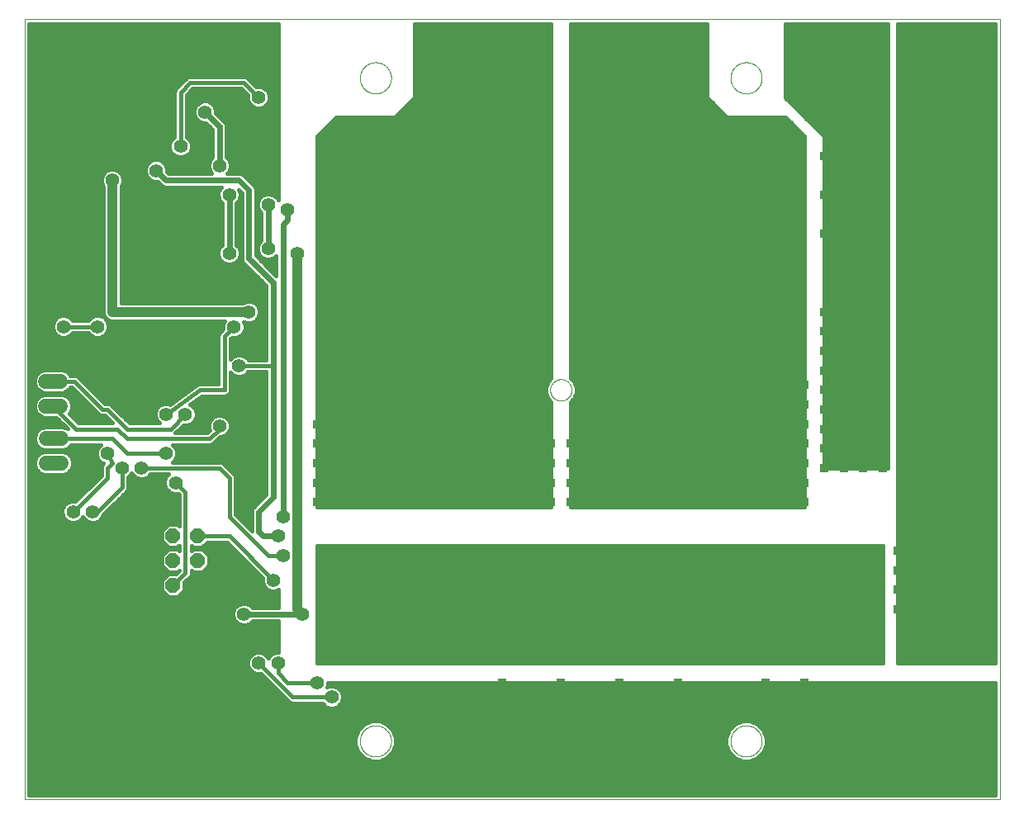
<source format=gbl>
G75*
%MOIN*%
%OFA0B0*%
%FSLAX25Y25*%
%IPPOS*%
%LPD*%
%AMOC8*
5,1,8,0,0,1.08239X$1,22.5*
%
%ADD10C,0.00000*%
%ADD11OC8,0.06000*%
%ADD12C,0.06000*%
%ADD13C,0.23000*%
%ADD14R,0.06150X0.06150*%
%ADD15C,0.06150*%
%ADD16R,0.03562X0.03562*%
%ADD17C,0.01600*%
%ADD18C,0.05600*%
%ADD19C,0.04000*%
%ADD20C,0.02400*%
D10*
X0001800Y0001800D02*
X0001800Y0316761D01*
X0395501Y0316761D01*
X0395501Y0001800D01*
X0001800Y0001800D01*
X0137233Y0025422D02*
X0137235Y0025580D01*
X0137241Y0025738D01*
X0137251Y0025896D01*
X0137265Y0026054D01*
X0137283Y0026211D01*
X0137304Y0026368D01*
X0137330Y0026524D01*
X0137360Y0026680D01*
X0137393Y0026835D01*
X0137431Y0026988D01*
X0137472Y0027141D01*
X0137517Y0027293D01*
X0137566Y0027444D01*
X0137619Y0027593D01*
X0137675Y0027741D01*
X0137735Y0027887D01*
X0137799Y0028032D01*
X0137867Y0028175D01*
X0137938Y0028317D01*
X0138012Y0028457D01*
X0138090Y0028594D01*
X0138172Y0028730D01*
X0138256Y0028864D01*
X0138345Y0028995D01*
X0138436Y0029124D01*
X0138531Y0029251D01*
X0138628Y0029376D01*
X0138729Y0029498D01*
X0138833Y0029617D01*
X0138940Y0029734D01*
X0139050Y0029848D01*
X0139163Y0029959D01*
X0139278Y0030068D01*
X0139396Y0030173D01*
X0139517Y0030275D01*
X0139640Y0030375D01*
X0139766Y0030471D01*
X0139894Y0030564D01*
X0140024Y0030654D01*
X0140157Y0030740D01*
X0140292Y0030824D01*
X0140428Y0030903D01*
X0140567Y0030980D01*
X0140708Y0031052D01*
X0140850Y0031122D01*
X0140994Y0031187D01*
X0141140Y0031249D01*
X0141287Y0031307D01*
X0141436Y0031362D01*
X0141586Y0031413D01*
X0141737Y0031460D01*
X0141889Y0031503D01*
X0142042Y0031542D01*
X0142197Y0031578D01*
X0142352Y0031609D01*
X0142508Y0031637D01*
X0142664Y0031661D01*
X0142821Y0031681D01*
X0142979Y0031697D01*
X0143136Y0031709D01*
X0143295Y0031717D01*
X0143453Y0031721D01*
X0143611Y0031721D01*
X0143769Y0031717D01*
X0143928Y0031709D01*
X0144085Y0031697D01*
X0144243Y0031681D01*
X0144400Y0031661D01*
X0144556Y0031637D01*
X0144712Y0031609D01*
X0144867Y0031578D01*
X0145022Y0031542D01*
X0145175Y0031503D01*
X0145327Y0031460D01*
X0145478Y0031413D01*
X0145628Y0031362D01*
X0145777Y0031307D01*
X0145924Y0031249D01*
X0146070Y0031187D01*
X0146214Y0031122D01*
X0146356Y0031052D01*
X0146497Y0030980D01*
X0146636Y0030903D01*
X0146772Y0030824D01*
X0146907Y0030740D01*
X0147040Y0030654D01*
X0147170Y0030564D01*
X0147298Y0030471D01*
X0147424Y0030375D01*
X0147547Y0030275D01*
X0147668Y0030173D01*
X0147786Y0030068D01*
X0147901Y0029959D01*
X0148014Y0029848D01*
X0148124Y0029734D01*
X0148231Y0029617D01*
X0148335Y0029498D01*
X0148436Y0029376D01*
X0148533Y0029251D01*
X0148628Y0029124D01*
X0148719Y0028995D01*
X0148808Y0028864D01*
X0148892Y0028730D01*
X0148974Y0028594D01*
X0149052Y0028457D01*
X0149126Y0028317D01*
X0149197Y0028175D01*
X0149265Y0028032D01*
X0149329Y0027887D01*
X0149389Y0027741D01*
X0149445Y0027593D01*
X0149498Y0027444D01*
X0149547Y0027293D01*
X0149592Y0027141D01*
X0149633Y0026988D01*
X0149671Y0026835D01*
X0149704Y0026680D01*
X0149734Y0026524D01*
X0149760Y0026368D01*
X0149781Y0026211D01*
X0149799Y0026054D01*
X0149813Y0025896D01*
X0149823Y0025738D01*
X0149829Y0025580D01*
X0149831Y0025422D01*
X0149829Y0025264D01*
X0149823Y0025106D01*
X0149813Y0024948D01*
X0149799Y0024790D01*
X0149781Y0024633D01*
X0149760Y0024476D01*
X0149734Y0024320D01*
X0149704Y0024164D01*
X0149671Y0024009D01*
X0149633Y0023856D01*
X0149592Y0023703D01*
X0149547Y0023551D01*
X0149498Y0023400D01*
X0149445Y0023251D01*
X0149389Y0023103D01*
X0149329Y0022957D01*
X0149265Y0022812D01*
X0149197Y0022669D01*
X0149126Y0022527D01*
X0149052Y0022387D01*
X0148974Y0022250D01*
X0148892Y0022114D01*
X0148808Y0021980D01*
X0148719Y0021849D01*
X0148628Y0021720D01*
X0148533Y0021593D01*
X0148436Y0021468D01*
X0148335Y0021346D01*
X0148231Y0021227D01*
X0148124Y0021110D01*
X0148014Y0020996D01*
X0147901Y0020885D01*
X0147786Y0020776D01*
X0147668Y0020671D01*
X0147547Y0020569D01*
X0147424Y0020469D01*
X0147298Y0020373D01*
X0147170Y0020280D01*
X0147040Y0020190D01*
X0146907Y0020104D01*
X0146772Y0020020D01*
X0146636Y0019941D01*
X0146497Y0019864D01*
X0146356Y0019792D01*
X0146214Y0019722D01*
X0146070Y0019657D01*
X0145924Y0019595D01*
X0145777Y0019537D01*
X0145628Y0019482D01*
X0145478Y0019431D01*
X0145327Y0019384D01*
X0145175Y0019341D01*
X0145022Y0019302D01*
X0144867Y0019266D01*
X0144712Y0019235D01*
X0144556Y0019207D01*
X0144400Y0019183D01*
X0144243Y0019163D01*
X0144085Y0019147D01*
X0143928Y0019135D01*
X0143769Y0019127D01*
X0143611Y0019123D01*
X0143453Y0019123D01*
X0143295Y0019127D01*
X0143136Y0019135D01*
X0142979Y0019147D01*
X0142821Y0019163D01*
X0142664Y0019183D01*
X0142508Y0019207D01*
X0142352Y0019235D01*
X0142197Y0019266D01*
X0142042Y0019302D01*
X0141889Y0019341D01*
X0141737Y0019384D01*
X0141586Y0019431D01*
X0141436Y0019482D01*
X0141287Y0019537D01*
X0141140Y0019595D01*
X0140994Y0019657D01*
X0140850Y0019722D01*
X0140708Y0019792D01*
X0140567Y0019864D01*
X0140428Y0019941D01*
X0140292Y0020020D01*
X0140157Y0020104D01*
X0140024Y0020190D01*
X0139894Y0020280D01*
X0139766Y0020373D01*
X0139640Y0020469D01*
X0139517Y0020569D01*
X0139396Y0020671D01*
X0139278Y0020776D01*
X0139163Y0020885D01*
X0139050Y0020996D01*
X0138940Y0021110D01*
X0138833Y0021227D01*
X0138729Y0021346D01*
X0138628Y0021468D01*
X0138531Y0021593D01*
X0138436Y0021720D01*
X0138345Y0021849D01*
X0138256Y0021980D01*
X0138172Y0022114D01*
X0138090Y0022250D01*
X0138012Y0022387D01*
X0137938Y0022527D01*
X0137867Y0022669D01*
X0137799Y0022812D01*
X0137735Y0022957D01*
X0137675Y0023103D01*
X0137619Y0023251D01*
X0137566Y0023400D01*
X0137517Y0023551D01*
X0137472Y0023703D01*
X0137431Y0023856D01*
X0137393Y0024009D01*
X0137360Y0024164D01*
X0137330Y0024320D01*
X0137304Y0024476D01*
X0137283Y0024633D01*
X0137265Y0024790D01*
X0137251Y0024948D01*
X0137241Y0025106D01*
X0137235Y0025264D01*
X0137233Y0025422D01*
X0286840Y0025422D02*
X0286842Y0025580D01*
X0286848Y0025738D01*
X0286858Y0025896D01*
X0286872Y0026054D01*
X0286890Y0026211D01*
X0286911Y0026368D01*
X0286937Y0026524D01*
X0286967Y0026680D01*
X0287000Y0026835D01*
X0287038Y0026988D01*
X0287079Y0027141D01*
X0287124Y0027293D01*
X0287173Y0027444D01*
X0287226Y0027593D01*
X0287282Y0027741D01*
X0287342Y0027887D01*
X0287406Y0028032D01*
X0287474Y0028175D01*
X0287545Y0028317D01*
X0287619Y0028457D01*
X0287697Y0028594D01*
X0287779Y0028730D01*
X0287863Y0028864D01*
X0287952Y0028995D01*
X0288043Y0029124D01*
X0288138Y0029251D01*
X0288235Y0029376D01*
X0288336Y0029498D01*
X0288440Y0029617D01*
X0288547Y0029734D01*
X0288657Y0029848D01*
X0288770Y0029959D01*
X0288885Y0030068D01*
X0289003Y0030173D01*
X0289124Y0030275D01*
X0289247Y0030375D01*
X0289373Y0030471D01*
X0289501Y0030564D01*
X0289631Y0030654D01*
X0289764Y0030740D01*
X0289899Y0030824D01*
X0290035Y0030903D01*
X0290174Y0030980D01*
X0290315Y0031052D01*
X0290457Y0031122D01*
X0290601Y0031187D01*
X0290747Y0031249D01*
X0290894Y0031307D01*
X0291043Y0031362D01*
X0291193Y0031413D01*
X0291344Y0031460D01*
X0291496Y0031503D01*
X0291649Y0031542D01*
X0291804Y0031578D01*
X0291959Y0031609D01*
X0292115Y0031637D01*
X0292271Y0031661D01*
X0292428Y0031681D01*
X0292586Y0031697D01*
X0292743Y0031709D01*
X0292902Y0031717D01*
X0293060Y0031721D01*
X0293218Y0031721D01*
X0293376Y0031717D01*
X0293535Y0031709D01*
X0293692Y0031697D01*
X0293850Y0031681D01*
X0294007Y0031661D01*
X0294163Y0031637D01*
X0294319Y0031609D01*
X0294474Y0031578D01*
X0294629Y0031542D01*
X0294782Y0031503D01*
X0294934Y0031460D01*
X0295085Y0031413D01*
X0295235Y0031362D01*
X0295384Y0031307D01*
X0295531Y0031249D01*
X0295677Y0031187D01*
X0295821Y0031122D01*
X0295963Y0031052D01*
X0296104Y0030980D01*
X0296243Y0030903D01*
X0296379Y0030824D01*
X0296514Y0030740D01*
X0296647Y0030654D01*
X0296777Y0030564D01*
X0296905Y0030471D01*
X0297031Y0030375D01*
X0297154Y0030275D01*
X0297275Y0030173D01*
X0297393Y0030068D01*
X0297508Y0029959D01*
X0297621Y0029848D01*
X0297731Y0029734D01*
X0297838Y0029617D01*
X0297942Y0029498D01*
X0298043Y0029376D01*
X0298140Y0029251D01*
X0298235Y0029124D01*
X0298326Y0028995D01*
X0298415Y0028864D01*
X0298499Y0028730D01*
X0298581Y0028594D01*
X0298659Y0028457D01*
X0298733Y0028317D01*
X0298804Y0028175D01*
X0298872Y0028032D01*
X0298936Y0027887D01*
X0298996Y0027741D01*
X0299052Y0027593D01*
X0299105Y0027444D01*
X0299154Y0027293D01*
X0299199Y0027141D01*
X0299240Y0026988D01*
X0299278Y0026835D01*
X0299311Y0026680D01*
X0299341Y0026524D01*
X0299367Y0026368D01*
X0299388Y0026211D01*
X0299406Y0026054D01*
X0299420Y0025896D01*
X0299430Y0025738D01*
X0299436Y0025580D01*
X0299438Y0025422D01*
X0299436Y0025264D01*
X0299430Y0025106D01*
X0299420Y0024948D01*
X0299406Y0024790D01*
X0299388Y0024633D01*
X0299367Y0024476D01*
X0299341Y0024320D01*
X0299311Y0024164D01*
X0299278Y0024009D01*
X0299240Y0023856D01*
X0299199Y0023703D01*
X0299154Y0023551D01*
X0299105Y0023400D01*
X0299052Y0023251D01*
X0298996Y0023103D01*
X0298936Y0022957D01*
X0298872Y0022812D01*
X0298804Y0022669D01*
X0298733Y0022527D01*
X0298659Y0022387D01*
X0298581Y0022250D01*
X0298499Y0022114D01*
X0298415Y0021980D01*
X0298326Y0021849D01*
X0298235Y0021720D01*
X0298140Y0021593D01*
X0298043Y0021468D01*
X0297942Y0021346D01*
X0297838Y0021227D01*
X0297731Y0021110D01*
X0297621Y0020996D01*
X0297508Y0020885D01*
X0297393Y0020776D01*
X0297275Y0020671D01*
X0297154Y0020569D01*
X0297031Y0020469D01*
X0296905Y0020373D01*
X0296777Y0020280D01*
X0296647Y0020190D01*
X0296514Y0020104D01*
X0296379Y0020020D01*
X0296243Y0019941D01*
X0296104Y0019864D01*
X0295963Y0019792D01*
X0295821Y0019722D01*
X0295677Y0019657D01*
X0295531Y0019595D01*
X0295384Y0019537D01*
X0295235Y0019482D01*
X0295085Y0019431D01*
X0294934Y0019384D01*
X0294782Y0019341D01*
X0294629Y0019302D01*
X0294474Y0019266D01*
X0294319Y0019235D01*
X0294163Y0019207D01*
X0294007Y0019183D01*
X0293850Y0019163D01*
X0293692Y0019147D01*
X0293535Y0019135D01*
X0293376Y0019127D01*
X0293218Y0019123D01*
X0293060Y0019123D01*
X0292902Y0019127D01*
X0292743Y0019135D01*
X0292586Y0019147D01*
X0292428Y0019163D01*
X0292271Y0019183D01*
X0292115Y0019207D01*
X0291959Y0019235D01*
X0291804Y0019266D01*
X0291649Y0019302D01*
X0291496Y0019341D01*
X0291344Y0019384D01*
X0291193Y0019431D01*
X0291043Y0019482D01*
X0290894Y0019537D01*
X0290747Y0019595D01*
X0290601Y0019657D01*
X0290457Y0019722D01*
X0290315Y0019792D01*
X0290174Y0019864D01*
X0290035Y0019941D01*
X0289899Y0020020D01*
X0289764Y0020104D01*
X0289631Y0020190D01*
X0289501Y0020280D01*
X0289373Y0020373D01*
X0289247Y0020469D01*
X0289124Y0020569D01*
X0289003Y0020671D01*
X0288885Y0020776D01*
X0288770Y0020885D01*
X0288657Y0020996D01*
X0288547Y0021110D01*
X0288440Y0021227D01*
X0288336Y0021346D01*
X0288235Y0021468D01*
X0288138Y0021593D01*
X0288043Y0021720D01*
X0287952Y0021849D01*
X0287863Y0021980D01*
X0287779Y0022114D01*
X0287697Y0022250D01*
X0287619Y0022387D01*
X0287545Y0022527D01*
X0287474Y0022669D01*
X0287406Y0022812D01*
X0287342Y0022957D01*
X0287282Y0023103D01*
X0287226Y0023251D01*
X0287173Y0023400D01*
X0287124Y0023551D01*
X0287079Y0023703D01*
X0287038Y0023856D01*
X0287000Y0024009D01*
X0286967Y0024164D01*
X0286937Y0024320D01*
X0286911Y0024476D01*
X0286890Y0024633D01*
X0286872Y0024790D01*
X0286858Y0024948D01*
X0286848Y0025106D01*
X0286842Y0025264D01*
X0286840Y0025422D01*
X0214004Y0167154D02*
X0214006Y0167285D01*
X0214012Y0167417D01*
X0214022Y0167548D01*
X0214036Y0167679D01*
X0214054Y0167809D01*
X0214076Y0167938D01*
X0214101Y0168067D01*
X0214131Y0168195D01*
X0214165Y0168322D01*
X0214202Y0168449D01*
X0214243Y0168573D01*
X0214288Y0168697D01*
X0214337Y0168819D01*
X0214389Y0168940D01*
X0214445Y0169058D01*
X0214505Y0169176D01*
X0214568Y0169291D01*
X0214635Y0169404D01*
X0214705Y0169516D01*
X0214778Y0169625D01*
X0214854Y0169731D01*
X0214934Y0169836D01*
X0215017Y0169938D01*
X0215103Y0170037D01*
X0215192Y0170134D01*
X0215284Y0170228D01*
X0215379Y0170319D01*
X0215476Y0170408D01*
X0215576Y0170493D01*
X0215679Y0170575D01*
X0215784Y0170654D01*
X0215891Y0170730D01*
X0216001Y0170802D01*
X0216113Y0170871D01*
X0216227Y0170937D01*
X0216342Y0170999D01*
X0216460Y0171058D01*
X0216579Y0171113D01*
X0216700Y0171165D01*
X0216823Y0171212D01*
X0216947Y0171256D01*
X0217072Y0171297D01*
X0217198Y0171333D01*
X0217326Y0171366D01*
X0217454Y0171394D01*
X0217583Y0171419D01*
X0217713Y0171440D01*
X0217843Y0171457D01*
X0217974Y0171470D01*
X0218105Y0171479D01*
X0218236Y0171484D01*
X0218368Y0171485D01*
X0218499Y0171482D01*
X0218631Y0171475D01*
X0218762Y0171464D01*
X0218892Y0171449D01*
X0219022Y0171430D01*
X0219152Y0171407D01*
X0219280Y0171381D01*
X0219408Y0171350D01*
X0219535Y0171315D01*
X0219661Y0171277D01*
X0219785Y0171235D01*
X0219909Y0171189D01*
X0220030Y0171139D01*
X0220150Y0171086D01*
X0220269Y0171029D01*
X0220386Y0170969D01*
X0220500Y0170905D01*
X0220613Y0170837D01*
X0220724Y0170766D01*
X0220833Y0170692D01*
X0220939Y0170615D01*
X0221043Y0170534D01*
X0221144Y0170451D01*
X0221243Y0170364D01*
X0221339Y0170274D01*
X0221432Y0170181D01*
X0221523Y0170086D01*
X0221610Y0169988D01*
X0221695Y0169887D01*
X0221776Y0169784D01*
X0221854Y0169678D01*
X0221929Y0169570D01*
X0222001Y0169460D01*
X0222069Y0169348D01*
X0222134Y0169234D01*
X0222195Y0169117D01*
X0222253Y0168999D01*
X0222307Y0168879D01*
X0222358Y0168758D01*
X0222405Y0168635D01*
X0222448Y0168511D01*
X0222487Y0168386D01*
X0222523Y0168259D01*
X0222554Y0168131D01*
X0222582Y0168003D01*
X0222606Y0167874D01*
X0222626Y0167744D01*
X0222642Y0167613D01*
X0222654Y0167482D01*
X0222662Y0167351D01*
X0222666Y0167220D01*
X0222666Y0167088D01*
X0222662Y0166957D01*
X0222654Y0166826D01*
X0222642Y0166695D01*
X0222626Y0166564D01*
X0222606Y0166434D01*
X0222582Y0166305D01*
X0222554Y0166177D01*
X0222523Y0166049D01*
X0222487Y0165922D01*
X0222448Y0165797D01*
X0222405Y0165673D01*
X0222358Y0165550D01*
X0222307Y0165429D01*
X0222253Y0165309D01*
X0222195Y0165191D01*
X0222134Y0165074D01*
X0222069Y0164960D01*
X0222001Y0164848D01*
X0221929Y0164738D01*
X0221854Y0164630D01*
X0221776Y0164524D01*
X0221695Y0164421D01*
X0221610Y0164320D01*
X0221523Y0164222D01*
X0221432Y0164127D01*
X0221339Y0164034D01*
X0221243Y0163944D01*
X0221144Y0163857D01*
X0221043Y0163774D01*
X0220939Y0163693D01*
X0220833Y0163616D01*
X0220724Y0163542D01*
X0220613Y0163471D01*
X0220501Y0163403D01*
X0220386Y0163339D01*
X0220269Y0163279D01*
X0220150Y0163222D01*
X0220030Y0163169D01*
X0219909Y0163119D01*
X0219785Y0163073D01*
X0219661Y0163031D01*
X0219535Y0162993D01*
X0219408Y0162958D01*
X0219280Y0162927D01*
X0219152Y0162901D01*
X0219022Y0162878D01*
X0218892Y0162859D01*
X0218762Y0162844D01*
X0218631Y0162833D01*
X0218499Y0162826D01*
X0218368Y0162823D01*
X0218236Y0162824D01*
X0218105Y0162829D01*
X0217974Y0162838D01*
X0217843Y0162851D01*
X0217713Y0162868D01*
X0217583Y0162889D01*
X0217454Y0162914D01*
X0217326Y0162942D01*
X0217198Y0162975D01*
X0217072Y0163011D01*
X0216947Y0163052D01*
X0216823Y0163096D01*
X0216700Y0163143D01*
X0216579Y0163195D01*
X0216460Y0163250D01*
X0216342Y0163309D01*
X0216227Y0163371D01*
X0216113Y0163437D01*
X0216001Y0163506D01*
X0215891Y0163578D01*
X0215784Y0163654D01*
X0215679Y0163733D01*
X0215576Y0163815D01*
X0215476Y0163900D01*
X0215379Y0163989D01*
X0215284Y0164080D01*
X0215192Y0164174D01*
X0215103Y0164271D01*
X0215017Y0164370D01*
X0214934Y0164472D01*
X0214854Y0164577D01*
X0214778Y0164683D01*
X0214705Y0164792D01*
X0214635Y0164904D01*
X0214568Y0165017D01*
X0214505Y0165132D01*
X0214445Y0165250D01*
X0214389Y0165368D01*
X0214337Y0165489D01*
X0214288Y0165611D01*
X0214243Y0165735D01*
X0214202Y0165859D01*
X0214165Y0165986D01*
X0214131Y0166113D01*
X0214101Y0166241D01*
X0214076Y0166370D01*
X0214054Y0166499D01*
X0214036Y0166629D01*
X0214022Y0166760D01*
X0214012Y0166891D01*
X0214006Y0167023D01*
X0214004Y0167154D01*
X0137233Y0293139D02*
X0137235Y0293297D01*
X0137241Y0293455D01*
X0137251Y0293613D01*
X0137265Y0293771D01*
X0137283Y0293928D01*
X0137304Y0294085D01*
X0137330Y0294241D01*
X0137360Y0294397D01*
X0137393Y0294552D01*
X0137431Y0294705D01*
X0137472Y0294858D01*
X0137517Y0295010D01*
X0137566Y0295161D01*
X0137619Y0295310D01*
X0137675Y0295458D01*
X0137735Y0295604D01*
X0137799Y0295749D01*
X0137867Y0295892D01*
X0137938Y0296034D01*
X0138012Y0296174D01*
X0138090Y0296311D01*
X0138172Y0296447D01*
X0138256Y0296581D01*
X0138345Y0296712D01*
X0138436Y0296841D01*
X0138531Y0296968D01*
X0138628Y0297093D01*
X0138729Y0297215D01*
X0138833Y0297334D01*
X0138940Y0297451D01*
X0139050Y0297565D01*
X0139163Y0297676D01*
X0139278Y0297785D01*
X0139396Y0297890D01*
X0139517Y0297992D01*
X0139640Y0298092D01*
X0139766Y0298188D01*
X0139894Y0298281D01*
X0140024Y0298371D01*
X0140157Y0298457D01*
X0140292Y0298541D01*
X0140428Y0298620D01*
X0140567Y0298697D01*
X0140708Y0298769D01*
X0140850Y0298839D01*
X0140994Y0298904D01*
X0141140Y0298966D01*
X0141287Y0299024D01*
X0141436Y0299079D01*
X0141586Y0299130D01*
X0141737Y0299177D01*
X0141889Y0299220D01*
X0142042Y0299259D01*
X0142197Y0299295D01*
X0142352Y0299326D01*
X0142508Y0299354D01*
X0142664Y0299378D01*
X0142821Y0299398D01*
X0142979Y0299414D01*
X0143136Y0299426D01*
X0143295Y0299434D01*
X0143453Y0299438D01*
X0143611Y0299438D01*
X0143769Y0299434D01*
X0143928Y0299426D01*
X0144085Y0299414D01*
X0144243Y0299398D01*
X0144400Y0299378D01*
X0144556Y0299354D01*
X0144712Y0299326D01*
X0144867Y0299295D01*
X0145022Y0299259D01*
X0145175Y0299220D01*
X0145327Y0299177D01*
X0145478Y0299130D01*
X0145628Y0299079D01*
X0145777Y0299024D01*
X0145924Y0298966D01*
X0146070Y0298904D01*
X0146214Y0298839D01*
X0146356Y0298769D01*
X0146497Y0298697D01*
X0146636Y0298620D01*
X0146772Y0298541D01*
X0146907Y0298457D01*
X0147040Y0298371D01*
X0147170Y0298281D01*
X0147298Y0298188D01*
X0147424Y0298092D01*
X0147547Y0297992D01*
X0147668Y0297890D01*
X0147786Y0297785D01*
X0147901Y0297676D01*
X0148014Y0297565D01*
X0148124Y0297451D01*
X0148231Y0297334D01*
X0148335Y0297215D01*
X0148436Y0297093D01*
X0148533Y0296968D01*
X0148628Y0296841D01*
X0148719Y0296712D01*
X0148808Y0296581D01*
X0148892Y0296447D01*
X0148974Y0296311D01*
X0149052Y0296174D01*
X0149126Y0296034D01*
X0149197Y0295892D01*
X0149265Y0295749D01*
X0149329Y0295604D01*
X0149389Y0295458D01*
X0149445Y0295310D01*
X0149498Y0295161D01*
X0149547Y0295010D01*
X0149592Y0294858D01*
X0149633Y0294705D01*
X0149671Y0294552D01*
X0149704Y0294397D01*
X0149734Y0294241D01*
X0149760Y0294085D01*
X0149781Y0293928D01*
X0149799Y0293771D01*
X0149813Y0293613D01*
X0149823Y0293455D01*
X0149829Y0293297D01*
X0149831Y0293139D01*
X0149829Y0292981D01*
X0149823Y0292823D01*
X0149813Y0292665D01*
X0149799Y0292507D01*
X0149781Y0292350D01*
X0149760Y0292193D01*
X0149734Y0292037D01*
X0149704Y0291881D01*
X0149671Y0291726D01*
X0149633Y0291573D01*
X0149592Y0291420D01*
X0149547Y0291268D01*
X0149498Y0291117D01*
X0149445Y0290968D01*
X0149389Y0290820D01*
X0149329Y0290674D01*
X0149265Y0290529D01*
X0149197Y0290386D01*
X0149126Y0290244D01*
X0149052Y0290104D01*
X0148974Y0289967D01*
X0148892Y0289831D01*
X0148808Y0289697D01*
X0148719Y0289566D01*
X0148628Y0289437D01*
X0148533Y0289310D01*
X0148436Y0289185D01*
X0148335Y0289063D01*
X0148231Y0288944D01*
X0148124Y0288827D01*
X0148014Y0288713D01*
X0147901Y0288602D01*
X0147786Y0288493D01*
X0147668Y0288388D01*
X0147547Y0288286D01*
X0147424Y0288186D01*
X0147298Y0288090D01*
X0147170Y0287997D01*
X0147040Y0287907D01*
X0146907Y0287821D01*
X0146772Y0287737D01*
X0146636Y0287658D01*
X0146497Y0287581D01*
X0146356Y0287509D01*
X0146214Y0287439D01*
X0146070Y0287374D01*
X0145924Y0287312D01*
X0145777Y0287254D01*
X0145628Y0287199D01*
X0145478Y0287148D01*
X0145327Y0287101D01*
X0145175Y0287058D01*
X0145022Y0287019D01*
X0144867Y0286983D01*
X0144712Y0286952D01*
X0144556Y0286924D01*
X0144400Y0286900D01*
X0144243Y0286880D01*
X0144085Y0286864D01*
X0143928Y0286852D01*
X0143769Y0286844D01*
X0143611Y0286840D01*
X0143453Y0286840D01*
X0143295Y0286844D01*
X0143136Y0286852D01*
X0142979Y0286864D01*
X0142821Y0286880D01*
X0142664Y0286900D01*
X0142508Y0286924D01*
X0142352Y0286952D01*
X0142197Y0286983D01*
X0142042Y0287019D01*
X0141889Y0287058D01*
X0141737Y0287101D01*
X0141586Y0287148D01*
X0141436Y0287199D01*
X0141287Y0287254D01*
X0141140Y0287312D01*
X0140994Y0287374D01*
X0140850Y0287439D01*
X0140708Y0287509D01*
X0140567Y0287581D01*
X0140428Y0287658D01*
X0140292Y0287737D01*
X0140157Y0287821D01*
X0140024Y0287907D01*
X0139894Y0287997D01*
X0139766Y0288090D01*
X0139640Y0288186D01*
X0139517Y0288286D01*
X0139396Y0288388D01*
X0139278Y0288493D01*
X0139163Y0288602D01*
X0139050Y0288713D01*
X0138940Y0288827D01*
X0138833Y0288944D01*
X0138729Y0289063D01*
X0138628Y0289185D01*
X0138531Y0289310D01*
X0138436Y0289437D01*
X0138345Y0289566D01*
X0138256Y0289697D01*
X0138172Y0289831D01*
X0138090Y0289967D01*
X0138012Y0290104D01*
X0137938Y0290244D01*
X0137867Y0290386D01*
X0137799Y0290529D01*
X0137735Y0290674D01*
X0137675Y0290820D01*
X0137619Y0290968D01*
X0137566Y0291117D01*
X0137517Y0291268D01*
X0137472Y0291420D01*
X0137431Y0291573D01*
X0137393Y0291726D01*
X0137360Y0291881D01*
X0137330Y0292037D01*
X0137304Y0292193D01*
X0137283Y0292350D01*
X0137265Y0292507D01*
X0137251Y0292665D01*
X0137241Y0292823D01*
X0137235Y0292981D01*
X0137233Y0293139D01*
X0286840Y0293139D02*
X0286842Y0293297D01*
X0286848Y0293455D01*
X0286858Y0293613D01*
X0286872Y0293771D01*
X0286890Y0293928D01*
X0286911Y0294085D01*
X0286937Y0294241D01*
X0286967Y0294397D01*
X0287000Y0294552D01*
X0287038Y0294705D01*
X0287079Y0294858D01*
X0287124Y0295010D01*
X0287173Y0295161D01*
X0287226Y0295310D01*
X0287282Y0295458D01*
X0287342Y0295604D01*
X0287406Y0295749D01*
X0287474Y0295892D01*
X0287545Y0296034D01*
X0287619Y0296174D01*
X0287697Y0296311D01*
X0287779Y0296447D01*
X0287863Y0296581D01*
X0287952Y0296712D01*
X0288043Y0296841D01*
X0288138Y0296968D01*
X0288235Y0297093D01*
X0288336Y0297215D01*
X0288440Y0297334D01*
X0288547Y0297451D01*
X0288657Y0297565D01*
X0288770Y0297676D01*
X0288885Y0297785D01*
X0289003Y0297890D01*
X0289124Y0297992D01*
X0289247Y0298092D01*
X0289373Y0298188D01*
X0289501Y0298281D01*
X0289631Y0298371D01*
X0289764Y0298457D01*
X0289899Y0298541D01*
X0290035Y0298620D01*
X0290174Y0298697D01*
X0290315Y0298769D01*
X0290457Y0298839D01*
X0290601Y0298904D01*
X0290747Y0298966D01*
X0290894Y0299024D01*
X0291043Y0299079D01*
X0291193Y0299130D01*
X0291344Y0299177D01*
X0291496Y0299220D01*
X0291649Y0299259D01*
X0291804Y0299295D01*
X0291959Y0299326D01*
X0292115Y0299354D01*
X0292271Y0299378D01*
X0292428Y0299398D01*
X0292586Y0299414D01*
X0292743Y0299426D01*
X0292902Y0299434D01*
X0293060Y0299438D01*
X0293218Y0299438D01*
X0293376Y0299434D01*
X0293535Y0299426D01*
X0293692Y0299414D01*
X0293850Y0299398D01*
X0294007Y0299378D01*
X0294163Y0299354D01*
X0294319Y0299326D01*
X0294474Y0299295D01*
X0294629Y0299259D01*
X0294782Y0299220D01*
X0294934Y0299177D01*
X0295085Y0299130D01*
X0295235Y0299079D01*
X0295384Y0299024D01*
X0295531Y0298966D01*
X0295677Y0298904D01*
X0295821Y0298839D01*
X0295963Y0298769D01*
X0296104Y0298697D01*
X0296243Y0298620D01*
X0296379Y0298541D01*
X0296514Y0298457D01*
X0296647Y0298371D01*
X0296777Y0298281D01*
X0296905Y0298188D01*
X0297031Y0298092D01*
X0297154Y0297992D01*
X0297275Y0297890D01*
X0297393Y0297785D01*
X0297508Y0297676D01*
X0297621Y0297565D01*
X0297731Y0297451D01*
X0297838Y0297334D01*
X0297942Y0297215D01*
X0298043Y0297093D01*
X0298140Y0296968D01*
X0298235Y0296841D01*
X0298326Y0296712D01*
X0298415Y0296581D01*
X0298499Y0296447D01*
X0298581Y0296311D01*
X0298659Y0296174D01*
X0298733Y0296034D01*
X0298804Y0295892D01*
X0298872Y0295749D01*
X0298936Y0295604D01*
X0298996Y0295458D01*
X0299052Y0295310D01*
X0299105Y0295161D01*
X0299154Y0295010D01*
X0299199Y0294858D01*
X0299240Y0294705D01*
X0299278Y0294552D01*
X0299311Y0294397D01*
X0299341Y0294241D01*
X0299367Y0294085D01*
X0299388Y0293928D01*
X0299406Y0293771D01*
X0299420Y0293613D01*
X0299430Y0293455D01*
X0299436Y0293297D01*
X0299438Y0293139D01*
X0299436Y0292981D01*
X0299430Y0292823D01*
X0299420Y0292665D01*
X0299406Y0292507D01*
X0299388Y0292350D01*
X0299367Y0292193D01*
X0299341Y0292037D01*
X0299311Y0291881D01*
X0299278Y0291726D01*
X0299240Y0291573D01*
X0299199Y0291420D01*
X0299154Y0291268D01*
X0299105Y0291117D01*
X0299052Y0290968D01*
X0298996Y0290820D01*
X0298936Y0290674D01*
X0298872Y0290529D01*
X0298804Y0290386D01*
X0298733Y0290244D01*
X0298659Y0290104D01*
X0298581Y0289967D01*
X0298499Y0289831D01*
X0298415Y0289697D01*
X0298326Y0289566D01*
X0298235Y0289437D01*
X0298140Y0289310D01*
X0298043Y0289185D01*
X0297942Y0289063D01*
X0297838Y0288944D01*
X0297731Y0288827D01*
X0297621Y0288713D01*
X0297508Y0288602D01*
X0297393Y0288493D01*
X0297275Y0288388D01*
X0297154Y0288286D01*
X0297031Y0288186D01*
X0296905Y0288090D01*
X0296777Y0287997D01*
X0296647Y0287907D01*
X0296514Y0287821D01*
X0296379Y0287737D01*
X0296243Y0287658D01*
X0296104Y0287581D01*
X0295963Y0287509D01*
X0295821Y0287439D01*
X0295677Y0287374D01*
X0295531Y0287312D01*
X0295384Y0287254D01*
X0295235Y0287199D01*
X0295085Y0287148D01*
X0294934Y0287101D01*
X0294782Y0287058D01*
X0294629Y0287019D01*
X0294474Y0286983D01*
X0294319Y0286952D01*
X0294163Y0286924D01*
X0294007Y0286900D01*
X0293850Y0286880D01*
X0293692Y0286864D01*
X0293535Y0286852D01*
X0293376Y0286844D01*
X0293218Y0286840D01*
X0293060Y0286840D01*
X0292902Y0286844D01*
X0292743Y0286852D01*
X0292586Y0286864D01*
X0292428Y0286880D01*
X0292271Y0286900D01*
X0292115Y0286924D01*
X0291959Y0286952D01*
X0291804Y0286983D01*
X0291649Y0287019D01*
X0291496Y0287058D01*
X0291344Y0287101D01*
X0291193Y0287148D01*
X0291043Y0287199D01*
X0290894Y0287254D01*
X0290747Y0287312D01*
X0290601Y0287374D01*
X0290457Y0287439D01*
X0290315Y0287509D01*
X0290174Y0287581D01*
X0290035Y0287658D01*
X0289899Y0287737D01*
X0289764Y0287821D01*
X0289631Y0287907D01*
X0289501Y0287997D01*
X0289373Y0288090D01*
X0289247Y0288186D01*
X0289124Y0288286D01*
X0289003Y0288388D01*
X0288885Y0288493D01*
X0288770Y0288602D01*
X0288657Y0288713D01*
X0288547Y0288827D01*
X0288440Y0288944D01*
X0288336Y0289063D01*
X0288235Y0289185D01*
X0288138Y0289310D01*
X0288043Y0289437D01*
X0287952Y0289566D01*
X0287863Y0289697D01*
X0287779Y0289831D01*
X0287697Y0289967D01*
X0287619Y0290104D01*
X0287545Y0290244D01*
X0287474Y0290386D01*
X0287406Y0290529D01*
X0287342Y0290674D01*
X0287282Y0290820D01*
X0287226Y0290968D01*
X0287173Y0291117D01*
X0287124Y0291268D01*
X0287079Y0291420D01*
X0287038Y0291573D01*
X0287000Y0291726D01*
X0286967Y0291881D01*
X0286937Y0292037D01*
X0286911Y0292193D01*
X0286890Y0292350D01*
X0286872Y0292507D01*
X0286858Y0292665D01*
X0286848Y0292823D01*
X0286842Y0292981D01*
X0286840Y0293139D01*
D11*
X0071761Y0108257D03*
X0061761Y0108257D03*
X0061761Y0098257D03*
X0071761Y0098257D03*
X0071761Y0088257D03*
X0061761Y0088257D03*
D12*
X0016611Y0127627D02*
X0010611Y0127627D01*
X0010611Y0137627D02*
X0016611Y0137627D01*
X0016611Y0147627D02*
X0010611Y0147627D01*
X0010454Y0160658D02*
X0016454Y0160658D01*
X0016454Y0170658D02*
X0010454Y0170658D01*
X0010454Y0180658D02*
X0016454Y0180658D01*
D13*
X0186839Y0293139D03*
X0249831Y0293139D03*
X0330540Y0293139D03*
X0373847Y0293139D03*
D14*
X0342379Y0226997D03*
X0342379Y0151406D03*
D15*
X0371879Y0151406D03*
X0371879Y0226997D03*
D16*
X0387627Y0224241D03*
X0387627Y0239989D03*
X0387627Y0255737D03*
X0387627Y0271485D03*
X0356131Y0271485D03*
X0348257Y0269517D03*
X0356131Y0255737D03*
X0348257Y0253769D03*
X0356131Y0239989D03*
X0356131Y0224241D03*
X0348257Y0222272D03*
X0356131Y0208493D03*
X0348257Y0206524D03*
X0356131Y0192745D03*
X0356131Y0176997D03*
X0348257Y0175028D03*
X0348257Y0159280D03*
X0356131Y0161249D03*
X0356131Y0145501D03*
X0348257Y0135658D03*
X0340383Y0135658D03*
X0332509Y0135658D03*
X0324635Y0135658D03*
X0316761Y0137627D03*
X0316761Y0145501D03*
X0324635Y0143532D03*
X0324635Y0151406D03*
X0316761Y0153375D03*
X0316761Y0161249D03*
X0324635Y0159280D03*
X0324635Y0167154D03*
X0324635Y0175028D03*
X0316761Y0169123D03*
X0324635Y0182902D03*
X0324635Y0190776D03*
X0324635Y0198650D03*
X0306918Y0190776D03*
X0302981Y0190776D03*
X0299044Y0190776D03*
X0293139Y0190776D03*
X0293139Y0184871D03*
X0287233Y0190776D03*
X0283296Y0190776D03*
X0293139Y0180934D03*
X0293139Y0176997D03*
X0259674Y0190776D03*
X0255737Y0190776D03*
X0251800Y0190776D03*
X0245894Y0190776D03*
X0245894Y0184871D03*
X0245894Y0180934D03*
X0245894Y0176997D03*
X0239989Y0190776D03*
X0236052Y0190776D03*
X0204556Y0190776D03*
X0200619Y0190776D03*
X0196682Y0190776D03*
X0190776Y0190776D03*
X0190776Y0184871D03*
X0190776Y0180934D03*
X0190776Y0176997D03*
X0184871Y0190776D03*
X0180934Y0190776D03*
X0157312Y0190776D03*
X0153375Y0190776D03*
X0149438Y0190776D03*
X0143532Y0190776D03*
X0143532Y0184871D03*
X0137627Y0190776D03*
X0133690Y0190776D03*
X0143532Y0180934D03*
X0143532Y0176997D03*
X0119910Y0153375D03*
X0119910Y0145501D03*
X0119910Y0137627D03*
X0119910Y0129753D03*
X0119910Y0121879D03*
X0133690Y0102194D03*
X0137627Y0102194D03*
X0143532Y0102194D03*
X0149438Y0102194D03*
X0153375Y0102194D03*
X0157312Y0102194D03*
X0143532Y0096288D03*
X0143532Y0090383D03*
X0123847Y0066761D03*
X0147469Y0058887D03*
X0171091Y0058887D03*
X0194713Y0058887D03*
X0194713Y0049044D03*
X0218335Y0049044D03*
X0218335Y0058887D03*
X0241957Y0058887D03*
X0241957Y0049044D03*
X0265580Y0049044D03*
X0265580Y0058887D03*
X0289202Y0058887D03*
X0297076Y0058887D03*
X0301013Y0049044D03*
X0316761Y0049044D03*
X0346288Y0072666D03*
X0346288Y0076603D03*
X0346288Y0080540D03*
X0346288Y0084477D03*
X0346288Y0088414D03*
X0346288Y0092351D03*
X0346288Y0096288D03*
X0354162Y0094320D03*
X0354162Y0086446D03*
X0354162Y0078572D03*
X0362036Y0058887D03*
X0371879Y0058887D03*
X0383690Y0058887D03*
X0387627Y0066761D03*
X0387627Y0082509D03*
X0387627Y0098257D03*
X0387627Y0114005D03*
X0387627Y0129753D03*
X0387627Y0145501D03*
X0387627Y0161249D03*
X0387627Y0176997D03*
X0387627Y0192745D03*
X0387627Y0208493D03*
X0324635Y0230146D03*
X0324635Y0245894D03*
X0324635Y0261643D03*
X0279359Y0259674D03*
X0271485Y0259674D03*
X0263611Y0259674D03*
X0255737Y0259674D03*
X0247863Y0259674D03*
X0239989Y0259674D03*
X0232115Y0259674D03*
X0224241Y0267548D03*
X0224241Y0275422D03*
X0212430Y0271485D03*
X0212430Y0279359D03*
X0212430Y0263611D03*
X0204556Y0263611D03*
X0196682Y0263611D03*
X0188808Y0263611D03*
X0180934Y0263611D03*
X0173060Y0263611D03*
X0165186Y0263611D03*
X0157312Y0263611D03*
X0167154Y0145501D03*
X0167154Y0137627D03*
X0167154Y0129753D03*
X0167154Y0121879D03*
X0180934Y0102194D03*
X0184871Y0102194D03*
X0190776Y0102194D03*
X0196682Y0102194D03*
X0200619Y0102194D03*
X0204556Y0102194D03*
X0190776Y0096288D03*
X0190776Y0090383D03*
X0214398Y0121879D03*
X0214398Y0129753D03*
X0222272Y0129753D03*
X0222272Y0121879D03*
X0222272Y0137627D03*
X0214398Y0137627D03*
X0214398Y0145501D03*
X0222272Y0145501D03*
X0269517Y0145501D03*
X0269517Y0137627D03*
X0269517Y0129753D03*
X0269517Y0121879D03*
X0259674Y0102194D03*
X0255737Y0102194D03*
X0251800Y0102194D03*
X0245894Y0102194D03*
X0239989Y0102194D03*
X0236052Y0102194D03*
X0245894Y0096288D03*
X0245894Y0090383D03*
X0283296Y0102194D03*
X0287233Y0102194D03*
X0293139Y0102194D03*
X0299044Y0102194D03*
X0302981Y0102194D03*
X0306918Y0102194D03*
X0293139Y0096288D03*
X0293139Y0090383D03*
X0316761Y0121879D03*
X0316761Y0129753D03*
X0356131Y0129753D03*
X0356131Y0114005D03*
X0354162Y0102194D03*
D17*
X0354162Y0102506D02*
X0393701Y0102506D01*
X0393701Y0100908D02*
X0354162Y0100908D01*
X0354162Y0099309D02*
X0393701Y0099309D01*
X0393701Y0097711D02*
X0354162Y0097711D01*
X0354162Y0096112D02*
X0393701Y0096112D01*
X0393701Y0094514D02*
X0354162Y0094514D01*
X0354162Y0092915D02*
X0393701Y0092915D01*
X0393701Y0091317D02*
X0354162Y0091317D01*
X0354162Y0089718D02*
X0393701Y0089718D01*
X0393701Y0088120D02*
X0354162Y0088120D01*
X0354162Y0086521D02*
X0393701Y0086521D01*
X0393701Y0084923D02*
X0354162Y0084923D01*
X0354162Y0083324D02*
X0393701Y0083324D01*
X0393701Y0081726D02*
X0354162Y0081726D01*
X0354162Y0080127D02*
X0393701Y0080127D01*
X0393701Y0078529D02*
X0354162Y0078529D01*
X0354162Y0076930D02*
X0393701Y0076930D01*
X0393701Y0075332D02*
X0354162Y0075332D01*
X0354162Y0073733D02*
X0393701Y0073733D01*
X0393701Y0072134D02*
X0354162Y0072134D01*
X0354162Y0070536D02*
X0393701Y0070536D01*
X0393701Y0068937D02*
X0354162Y0068937D01*
X0354162Y0067339D02*
X0393701Y0067339D01*
X0393701Y0065740D02*
X0354162Y0065740D01*
X0354162Y0064142D02*
X0393701Y0064142D01*
X0393701Y0062543D02*
X0354162Y0062543D01*
X0354162Y0060945D02*
X0393701Y0060945D01*
X0393701Y0059346D02*
X0354162Y0059346D01*
X0354162Y0057748D02*
X0393701Y0057748D01*
X0393701Y0056918D02*
X0393701Y0314961D01*
X0354162Y0314961D01*
X0354162Y0056918D01*
X0393701Y0056918D01*
X0393701Y0049044D02*
X0393701Y0003600D01*
X0003600Y0003600D01*
X0003600Y0314961D01*
X0104162Y0314961D01*
X0104162Y0243950D01*
X0103955Y0244450D01*
X0102718Y0245688D01*
X0101100Y0246357D01*
X0099350Y0246357D01*
X0097733Y0245688D01*
X0096495Y0244450D01*
X0095825Y0242833D01*
X0095825Y0241082D01*
X0096495Y0239465D01*
X0097425Y0238535D01*
X0097425Y0227663D01*
X0096495Y0226733D01*
X0095825Y0225116D01*
X0095825Y0223366D01*
X0096495Y0221749D01*
X0097733Y0220511D01*
X0099350Y0219841D01*
X0101100Y0219841D01*
X0102718Y0220511D01*
X0103331Y0221124D01*
X0103331Y0213284D01*
X0095151Y0221464D01*
X0095151Y0248420D01*
X0094725Y0249449D01*
X0093937Y0250237D01*
X0090000Y0254174D01*
X0088971Y0254600D01*
X0083657Y0254600D01*
X0084270Y0255213D01*
X0084940Y0256830D01*
X0084940Y0258581D01*
X0084270Y0260198D01*
X0083340Y0261128D01*
X0083340Y0274010D01*
X0082914Y0275040D01*
X0079035Y0278919D01*
X0079035Y0280234D01*
X0078365Y0281851D01*
X0077127Y0283089D01*
X0075510Y0283759D01*
X0073759Y0283759D01*
X0072142Y0283089D01*
X0070905Y0281851D01*
X0070235Y0280234D01*
X0070235Y0278484D01*
X0070905Y0276867D01*
X0072142Y0275629D01*
X0073759Y0274959D01*
X0075075Y0274959D01*
X0077740Y0272294D01*
X0077740Y0261128D01*
X0076810Y0260198D01*
X0076140Y0258581D01*
X0076140Y0256830D01*
X0076810Y0255213D01*
X0077423Y0254600D01*
X0060046Y0254600D01*
X0059350Y0255297D01*
X0059350Y0256612D01*
X0058680Y0258229D01*
X0057442Y0259467D01*
X0055825Y0260137D01*
X0054074Y0260137D01*
X0052457Y0259467D01*
X0051219Y0258229D01*
X0050550Y0256612D01*
X0050550Y0254862D01*
X0051219Y0253245D01*
X0052457Y0252007D01*
X0054074Y0251337D01*
X0055390Y0251337D01*
X0056513Y0250214D01*
X0057301Y0249426D01*
X0058330Y0249000D01*
X0081360Y0249000D01*
X0080747Y0248387D01*
X0080077Y0246770D01*
X0080077Y0245019D01*
X0080747Y0243402D01*
X0081677Y0242472D01*
X0081677Y0225695D01*
X0080747Y0224765D01*
X0080077Y0223148D01*
X0080077Y0221397D01*
X0080747Y0219780D01*
X0081985Y0218542D01*
X0083602Y0217872D01*
X0085352Y0217872D01*
X0086970Y0218542D01*
X0088207Y0219780D01*
X0088877Y0221397D01*
X0088877Y0223148D01*
X0088207Y0224765D01*
X0087277Y0225695D01*
X0087277Y0242472D01*
X0088207Y0243402D01*
X0088877Y0245019D01*
X0088877Y0246770D01*
X0088448Y0247807D01*
X0089551Y0246703D01*
X0089551Y0219747D01*
X0089977Y0218718D01*
X0090765Y0217930D01*
X0099394Y0209302D01*
X0099394Y0179397D01*
X0092183Y0179397D01*
X0092144Y0179489D01*
X0090907Y0180727D01*
X0089289Y0181397D01*
X0087539Y0181397D01*
X0085922Y0180727D01*
X0084909Y0179714D01*
X0084909Y0187814D01*
X0085478Y0188383D01*
X0085570Y0188345D01*
X0087321Y0188345D01*
X0088938Y0189015D01*
X0090176Y0190252D01*
X0090846Y0191870D01*
X0090846Y0193620D01*
X0090400Y0194696D01*
X0091476Y0194250D01*
X0093226Y0194250D01*
X0094844Y0194920D01*
X0096081Y0196158D01*
X0096751Y0197775D01*
X0096751Y0199526D01*
X0096081Y0201143D01*
X0094844Y0202381D01*
X0093226Y0203050D01*
X0091476Y0203050D01*
X0089859Y0202381D01*
X0089729Y0202250D01*
X0040833Y0202250D01*
X0040833Y0249177D01*
X0040963Y0249308D01*
X0041633Y0250925D01*
X0041633Y0252675D01*
X0040963Y0254292D01*
X0039725Y0255530D01*
X0038108Y0256200D01*
X0036358Y0256200D01*
X0034741Y0255530D01*
X0033503Y0254292D01*
X0032833Y0252675D01*
X0032833Y0250925D01*
X0033503Y0249308D01*
X0033633Y0249177D01*
X0033633Y0197934D01*
X0034181Y0196611D01*
X0035194Y0195598D01*
X0036517Y0195050D01*
X0082638Y0195050D01*
X0082046Y0193620D01*
X0082046Y0191870D01*
X0082084Y0191777D01*
X0081149Y0190842D01*
X0080474Y0190167D01*
X0080109Y0189285D01*
X0080109Y0169554D01*
X0072865Y0169554D01*
X0072590Y0169600D01*
X0072392Y0169554D01*
X0072189Y0169554D01*
X0071931Y0169448D01*
X0071660Y0169385D01*
X0071494Y0169267D01*
X0071307Y0169189D01*
X0071110Y0168992D01*
X0060493Y0161409D01*
X0059762Y0161712D01*
X0058011Y0161712D01*
X0056394Y0161042D01*
X0055156Y0159804D01*
X0054487Y0158187D01*
X0054487Y0156437D01*
X0055156Y0154819D01*
X0056170Y0153806D01*
X0044133Y0153806D01*
X0036624Y0161315D01*
X0035742Y0161680D01*
X0034290Y0161680D01*
X0023953Y0172018D01*
X0023278Y0172693D01*
X0022395Y0173058D01*
X0020438Y0173058D01*
X0020353Y0173264D01*
X0019059Y0174558D01*
X0017369Y0175258D01*
X0009539Y0175258D01*
X0007848Y0174558D01*
X0006554Y0173264D01*
X0005854Y0171573D01*
X0005854Y0169743D01*
X0006554Y0168053D01*
X0007848Y0166759D01*
X0009539Y0166058D01*
X0017369Y0166058D01*
X0019059Y0166759D01*
X0020353Y0168053D01*
X0020438Y0168258D01*
X0020924Y0168258D01*
X0031937Y0157246D01*
X0032819Y0156880D01*
X0034270Y0156880D01*
X0037344Y0153806D01*
X0023700Y0153806D01*
X0019903Y0157603D01*
X0020353Y0158053D01*
X0021054Y0159743D01*
X0021054Y0161573D01*
X0020353Y0163264D01*
X0019059Y0164558D01*
X0017369Y0165258D01*
X0009539Y0165258D01*
X0007848Y0164558D01*
X0006554Y0163264D01*
X0005854Y0161573D01*
X0005854Y0159743D01*
X0006554Y0158053D01*
X0007848Y0156759D01*
X0009539Y0156058D01*
X0014659Y0156058D01*
X0019173Y0151544D01*
X0017526Y0152227D01*
X0009696Y0152227D01*
X0008005Y0151526D01*
X0006711Y0150232D01*
X0006011Y0148542D01*
X0006011Y0146712D01*
X0006711Y0145021D01*
X0008005Y0143727D01*
X0009696Y0143027D01*
X0017526Y0143027D01*
X0019217Y0143727D01*
X0020511Y0145021D01*
X0020531Y0145069D01*
X0032548Y0145069D01*
X0031534Y0144056D01*
X0030865Y0142439D01*
X0030865Y0140689D01*
X0031534Y0139071D01*
X0032772Y0137834D01*
X0033673Y0137461D01*
X0033230Y0137018D01*
X0032865Y0136136D01*
X0032865Y0132715D01*
X0022453Y0122303D01*
X0022360Y0122342D01*
X0020610Y0122342D01*
X0018993Y0121672D01*
X0017755Y0120434D01*
X0017085Y0118817D01*
X0017085Y0117067D01*
X0017755Y0115449D01*
X0018993Y0114212D01*
X0020610Y0113542D01*
X0022360Y0113542D01*
X0023977Y0114212D01*
X0025215Y0115449D01*
X0025422Y0115949D01*
X0025629Y0115449D01*
X0026867Y0114212D01*
X0028484Y0113542D01*
X0030234Y0113542D01*
X0031851Y0114212D01*
X0033089Y0115449D01*
X0033697Y0116917D01*
X0042530Y0125750D01*
X0043205Y0126425D01*
X0043570Y0127307D01*
X0043570Y0131890D01*
X0043662Y0131928D01*
X0044900Y0133166D01*
X0045107Y0133665D01*
X0045314Y0133166D01*
X0046552Y0131928D01*
X0048169Y0131258D01*
X0049919Y0131258D01*
X0051536Y0131928D01*
X0052774Y0133166D01*
X0052812Y0133258D01*
X0060107Y0133258D01*
X0059093Y0132245D01*
X0058424Y0130628D01*
X0058424Y0128878D01*
X0059093Y0127260D01*
X0060331Y0126023D01*
X0061948Y0125353D01*
X0063699Y0125353D01*
X0063791Y0125391D01*
X0064361Y0124822D01*
X0064361Y0112162D01*
X0063666Y0112857D01*
X0059855Y0112857D01*
X0057161Y0110162D01*
X0057161Y0106351D01*
X0059855Y0103657D01*
X0063666Y0103657D01*
X0064361Y0104351D01*
X0064361Y0102162D01*
X0063666Y0102857D01*
X0059855Y0102857D01*
X0057161Y0100162D01*
X0057161Y0096351D01*
X0059855Y0093657D01*
X0063666Y0093657D01*
X0064361Y0094351D01*
X0064361Y0094251D01*
X0062967Y0092857D01*
X0059855Y0092857D01*
X0057161Y0090162D01*
X0057161Y0086351D01*
X0059855Y0083657D01*
X0063666Y0083657D01*
X0066361Y0086351D01*
X0066361Y0089463D01*
X0068795Y0091897D01*
X0069161Y0092779D01*
X0069161Y0094351D01*
X0069855Y0093657D01*
X0073666Y0093657D01*
X0076361Y0096351D01*
X0076361Y0100162D01*
X0073666Y0102857D01*
X0069855Y0102857D01*
X0069161Y0102162D01*
X0069161Y0104351D01*
X0069855Y0103657D01*
X0073666Y0103657D01*
X0075709Y0105699D01*
X0083483Y0105699D01*
X0097832Y0091350D01*
X0097794Y0091258D01*
X0097794Y0089507D01*
X0098464Y0087890D01*
X0099701Y0086653D01*
X0101318Y0085983D01*
X0103069Y0085983D01*
X0104162Y0086436D01*
X0104162Y0079403D01*
X0093805Y0079403D01*
X0092875Y0080333D01*
X0091258Y0081003D01*
X0089507Y0081003D01*
X0087890Y0080333D01*
X0086653Y0079096D01*
X0085983Y0077478D01*
X0085983Y0075728D01*
X0086653Y0074111D01*
X0087890Y0072873D01*
X0089507Y0072203D01*
X0091258Y0072203D01*
X0092875Y0072873D01*
X0093805Y0073803D01*
X0104162Y0073803D01*
X0104162Y0061318D01*
X0103287Y0061318D01*
X0101670Y0060648D01*
X0100432Y0059411D01*
X0100225Y0058911D01*
X0100018Y0059411D01*
X0098781Y0060648D01*
X0097163Y0061318D01*
X0095413Y0061318D01*
X0093796Y0060648D01*
X0092558Y0059411D01*
X0091888Y0057793D01*
X0091888Y0056043D01*
X0092558Y0054426D01*
X0093796Y0053188D01*
X0095413Y0052518D01*
X0097163Y0052518D01*
X0097256Y0052556D01*
X0108708Y0041104D01*
X0109590Y0040739D01*
X0122047Y0040739D01*
X0122086Y0040646D01*
X0123323Y0039408D01*
X0124941Y0038739D01*
X0126691Y0038739D01*
X0128308Y0039408D01*
X0129546Y0040646D01*
X0130216Y0042263D01*
X0130216Y0044014D01*
X0129546Y0045631D01*
X0128308Y0046869D01*
X0126691Y0047539D01*
X0124941Y0047539D01*
X0123865Y0047093D01*
X0124310Y0048169D01*
X0124310Y0049044D01*
X0393701Y0049044D01*
X0393701Y0048157D02*
X0124305Y0048157D01*
X0119910Y0049044D02*
X0108099Y0049044D01*
X0104162Y0052981D01*
X0104162Y0056918D01*
X0100406Y0059346D02*
X0100045Y0059346D01*
X0098064Y0060945D02*
X0102386Y0060945D01*
X0104162Y0062543D02*
X0003600Y0062543D01*
X0003600Y0060945D02*
X0094512Y0060945D01*
X0092531Y0059346D02*
X0003600Y0059346D01*
X0003600Y0057748D02*
X0091888Y0057748D01*
X0091888Y0056149D02*
X0003600Y0056149D01*
X0003600Y0054551D02*
X0092506Y0054551D01*
X0094365Y0052952D02*
X0003600Y0052952D01*
X0003600Y0051354D02*
X0098458Y0051354D01*
X0100057Y0049755D02*
X0003600Y0049755D01*
X0003600Y0048157D02*
X0101655Y0048157D01*
X0103254Y0046558D02*
X0003600Y0046558D01*
X0003600Y0044960D02*
X0104852Y0044960D01*
X0106451Y0043361D02*
X0003600Y0043361D01*
X0003600Y0041763D02*
X0108049Y0041763D01*
X0110068Y0043139D02*
X0096288Y0056918D01*
X0104162Y0064142D02*
X0003600Y0064142D01*
X0003600Y0065740D02*
X0104162Y0065740D01*
X0104162Y0067339D02*
X0003600Y0067339D01*
X0003600Y0068937D02*
X0104162Y0068937D01*
X0104162Y0070536D02*
X0003600Y0070536D01*
X0003600Y0072134D02*
X0104162Y0072134D01*
X0104162Y0073733D02*
X0093735Y0073733D01*
X0093081Y0080127D02*
X0104162Y0080127D01*
X0104162Y0081726D02*
X0003600Y0081726D01*
X0003600Y0083324D02*
X0104162Y0083324D01*
X0104162Y0084923D02*
X0064932Y0084923D01*
X0066361Y0086521D02*
X0100019Y0086521D01*
X0098369Y0088120D02*
X0066361Y0088120D01*
X0066616Y0089718D02*
X0097794Y0089718D01*
X0097818Y0091317D02*
X0068215Y0091317D01*
X0069161Y0092915D02*
X0096267Y0092915D01*
X0094669Y0094514D02*
X0074523Y0094514D01*
X0076121Y0096112D02*
X0093070Y0096112D01*
X0091472Y0097711D02*
X0076361Y0097711D01*
X0076361Y0099309D02*
X0089873Y0099309D01*
X0088275Y0100908D02*
X0075615Y0100908D01*
X0074016Y0102506D02*
X0086676Y0102506D01*
X0085078Y0104105D02*
X0074114Y0104105D01*
X0071918Y0108099D02*
X0071761Y0108257D01*
X0071918Y0108099D02*
X0084477Y0108099D01*
X0102194Y0090383D01*
X0100225Y0100225D02*
X0084477Y0115973D01*
X0084477Y0131721D01*
X0080540Y0135658D01*
X0049044Y0135658D01*
X0045602Y0132878D02*
X0044612Y0132878D01*
X0043570Y0131279D02*
X0048118Y0131279D01*
X0049970Y0131279D02*
X0058693Y0131279D01*
X0058424Y0129681D02*
X0043570Y0129681D01*
X0043570Y0128082D02*
X0058753Y0128082D01*
X0059870Y0126484D02*
X0043229Y0126484D01*
X0041665Y0124885D02*
X0064297Y0124885D01*
X0064361Y0123287D02*
X0040067Y0123287D01*
X0038468Y0121688D02*
X0064361Y0121688D01*
X0064361Y0120090D02*
X0036870Y0120090D01*
X0035271Y0118491D02*
X0064361Y0118491D01*
X0064361Y0116893D02*
X0033687Y0116893D01*
X0032934Y0115294D02*
X0064361Y0115294D01*
X0064361Y0113696D02*
X0030606Y0113696D01*
X0028112Y0113696D02*
X0022732Y0113696D01*
X0020238Y0113696D02*
X0003600Y0113696D01*
X0003600Y0115294D02*
X0017910Y0115294D01*
X0017157Y0116893D02*
X0003600Y0116893D01*
X0003600Y0118491D02*
X0017085Y0118491D01*
X0017612Y0120090D02*
X0003600Y0120090D01*
X0003600Y0121688D02*
X0019032Y0121688D01*
X0021485Y0117942D02*
X0035265Y0131721D01*
X0035265Y0135658D01*
X0037233Y0137627D01*
X0035265Y0141564D01*
X0033159Y0137673D02*
X0021211Y0137673D01*
X0021211Y0138542D02*
X0020511Y0140232D01*
X0019217Y0141526D01*
X0017526Y0142227D01*
X0009696Y0142227D01*
X0008005Y0141526D01*
X0006711Y0140232D01*
X0006011Y0138542D01*
X0006011Y0136712D01*
X0006711Y0135021D01*
X0008005Y0133727D01*
X0009696Y0133027D01*
X0017526Y0133027D01*
X0019217Y0133727D01*
X0020511Y0135021D01*
X0021211Y0136712D01*
X0021211Y0138542D01*
X0020909Y0139272D02*
X0031451Y0139272D01*
X0030865Y0140870D02*
X0019873Y0140870D01*
X0019557Y0144068D02*
X0031546Y0144068D01*
X0030877Y0142469D02*
X0003600Y0142469D01*
X0003600Y0140870D02*
X0007349Y0140870D01*
X0006313Y0139272D02*
X0003600Y0139272D01*
X0003600Y0137673D02*
X0006011Y0137673D01*
X0006275Y0136075D02*
X0003600Y0136075D01*
X0003600Y0134476D02*
X0007256Y0134476D01*
X0003600Y0132878D02*
X0032865Y0132878D01*
X0032865Y0134476D02*
X0019966Y0134476D01*
X0020947Y0136075D02*
X0032865Y0136075D01*
X0031429Y0131279D02*
X0003600Y0131279D01*
X0003600Y0129681D02*
X0029830Y0129681D01*
X0028232Y0128082D02*
X0003600Y0128082D01*
X0003600Y0126484D02*
X0026633Y0126484D01*
X0025035Y0124885D02*
X0003600Y0124885D01*
X0003600Y0123287D02*
X0023436Y0123287D01*
X0029359Y0117942D02*
X0031328Y0117942D01*
X0041170Y0127784D01*
X0041170Y0135658D01*
X0043139Y0141564D02*
X0058887Y0141564D01*
X0061604Y0145069D02*
X0077081Y0145069D01*
X0077963Y0145435D01*
X0078638Y0146110D01*
X0080715Y0148187D01*
X0081415Y0148187D01*
X0083033Y0148857D01*
X0084270Y0150095D01*
X0084940Y0151712D01*
X0084940Y0153463D01*
X0084270Y0155080D01*
X0083033Y0156318D01*
X0081415Y0156987D01*
X0079665Y0156987D01*
X0078048Y0156318D01*
X0076810Y0155080D01*
X0076140Y0153463D01*
X0076140Y0151712D01*
X0076524Y0150785D01*
X0075609Y0149869D01*
X0062712Y0149869D01*
X0062890Y0150047D01*
X0065793Y0152950D01*
X0065885Y0152912D01*
X0067636Y0152912D01*
X0069253Y0153582D01*
X0070491Y0154819D01*
X0071161Y0156437D01*
X0071161Y0158187D01*
X0070491Y0159804D01*
X0069253Y0161042D01*
X0068610Y0161308D01*
X0073435Y0164754D01*
X0082986Y0164754D01*
X0083868Y0165120D01*
X0084543Y0165795D01*
X0084909Y0166677D01*
X0084909Y0174280D01*
X0085922Y0173267D01*
X0087539Y0172597D01*
X0089289Y0172597D01*
X0090907Y0173267D01*
X0092144Y0174504D01*
X0092183Y0174597D01*
X0099394Y0174597D01*
X0099394Y0125007D01*
X0093914Y0119528D01*
X0093488Y0118499D01*
X0093488Y0110356D01*
X0086877Y0116967D01*
X0086877Y0132199D01*
X0086512Y0133081D01*
X0081900Y0137693D01*
X0081018Y0138058D01*
X0061604Y0138058D01*
X0062617Y0139071D01*
X0063287Y0140689D01*
X0063287Y0142439D01*
X0062617Y0144056D01*
X0061604Y0145069D01*
X0062605Y0144068D02*
X0099394Y0144068D01*
X0099394Y0145666D02*
X0078194Y0145666D01*
X0079792Y0147265D02*
X0099394Y0147265D01*
X0099394Y0148863D02*
X0083038Y0148863D01*
X0084422Y0150462D02*
X0099394Y0150462D01*
X0099394Y0152060D02*
X0084940Y0152060D01*
X0084859Y0153659D02*
X0099394Y0153659D01*
X0099394Y0155257D02*
X0084093Y0155257D01*
X0081734Y0156856D02*
X0099394Y0156856D01*
X0099394Y0158454D02*
X0071050Y0158454D01*
X0071161Y0156856D02*
X0079347Y0156856D01*
X0076987Y0155257D02*
X0070672Y0155257D01*
X0069330Y0153659D02*
X0076221Y0153659D01*
X0076140Y0152060D02*
X0064903Y0152060D01*
X0063304Y0150462D02*
X0076201Y0150462D01*
X0076603Y0147469D02*
X0043139Y0147469D01*
X0039202Y0151406D01*
X0022706Y0151406D01*
X0013454Y0160658D01*
X0018359Y0164848D02*
X0024334Y0164848D01*
X0025933Y0163250D02*
X0020359Y0163250D01*
X0021021Y0161651D02*
X0027531Y0161651D01*
X0029130Y0160053D02*
X0021054Y0160053D01*
X0020520Y0158454D02*
X0030728Y0158454D01*
X0033296Y0159280D02*
X0035265Y0159280D01*
X0043139Y0151406D01*
X0060855Y0151406D01*
X0066761Y0157312D01*
X0070242Y0160053D02*
X0099394Y0160053D01*
X0099394Y0161651D02*
X0069091Y0161651D01*
X0071329Y0163250D02*
X0099394Y0163250D01*
X0099394Y0164848D02*
X0083213Y0164848D01*
X0084813Y0166447D02*
X0099394Y0166447D01*
X0099394Y0168045D02*
X0084909Y0168045D01*
X0084909Y0169644D02*
X0099394Y0169644D01*
X0099394Y0171242D02*
X0084909Y0171242D01*
X0084909Y0172841D02*
X0086950Y0172841D01*
X0089878Y0172841D02*
X0099394Y0172841D01*
X0099394Y0174439D02*
X0092079Y0174439D01*
X0088414Y0176997D02*
X0102194Y0176997D01*
X0099394Y0180833D02*
X0090650Y0180833D01*
X0086178Y0180833D02*
X0084909Y0180833D01*
X0084909Y0182432D02*
X0099394Y0182432D01*
X0099394Y0184030D02*
X0084909Y0184030D01*
X0084909Y0185629D02*
X0099394Y0185629D01*
X0099394Y0187227D02*
X0084909Y0187227D01*
X0082509Y0188808D02*
X0082509Y0167154D01*
X0072666Y0167154D01*
X0058887Y0157312D01*
X0054975Y0155257D02*
X0042682Y0155257D01*
X0041083Y0156856D02*
X0054487Y0156856D01*
X0054597Y0158454D02*
X0039485Y0158454D01*
X0037886Y0160053D02*
X0055405Y0160053D01*
X0057865Y0161651D02*
X0035812Y0161651D01*
X0033296Y0159280D02*
X0021918Y0170658D01*
X0013454Y0170658D01*
X0018306Y0166447D02*
X0022736Y0166447D01*
X0021137Y0168045D02*
X0020346Y0168045D01*
X0024728Y0171242D02*
X0080109Y0171242D01*
X0080109Y0169644D02*
X0026327Y0169644D01*
X0027925Y0168045D02*
X0069784Y0168045D01*
X0067546Y0166447D02*
X0029524Y0166447D01*
X0031122Y0164848D02*
X0065308Y0164848D01*
X0063070Y0163250D02*
X0032721Y0163250D01*
X0034295Y0156856D02*
X0020650Y0156856D01*
X0022249Y0155257D02*
X0035894Y0155257D01*
X0037233Y0147469D02*
X0043139Y0141564D01*
X0037233Y0147469D02*
X0013769Y0147469D01*
X0013611Y0147627D01*
X0009294Y0152060D02*
X0003600Y0152060D01*
X0003600Y0150462D02*
X0006940Y0150462D01*
X0006144Y0148863D02*
X0003600Y0148863D01*
X0003600Y0147265D02*
X0006011Y0147265D01*
X0006444Y0145666D02*
X0003600Y0145666D01*
X0003600Y0144068D02*
X0007665Y0144068D01*
X0003600Y0153659D02*
X0017059Y0153659D01*
X0017928Y0152060D02*
X0018658Y0152060D01*
X0015461Y0155257D02*
X0003600Y0155257D01*
X0003600Y0156856D02*
X0007751Y0156856D01*
X0006388Y0158454D02*
X0003600Y0158454D01*
X0003600Y0160053D02*
X0005854Y0160053D01*
X0005886Y0161651D02*
X0003600Y0161651D01*
X0003600Y0163250D02*
X0006548Y0163250D01*
X0008548Y0164848D02*
X0003600Y0164848D01*
X0003600Y0166447D02*
X0008601Y0166447D01*
X0006561Y0168045D02*
X0003600Y0168045D01*
X0003600Y0169644D02*
X0005895Y0169644D01*
X0005854Y0171242D02*
X0003600Y0171242D01*
X0003600Y0172841D02*
X0006379Y0172841D01*
X0007729Y0174439D02*
X0003600Y0174439D01*
X0003600Y0176038D02*
X0080109Y0176038D01*
X0080109Y0177636D02*
X0003600Y0177636D01*
X0003600Y0179235D02*
X0080109Y0179235D01*
X0080109Y0180833D02*
X0003600Y0180833D01*
X0003600Y0182432D02*
X0080109Y0182432D01*
X0080109Y0184030D02*
X0003600Y0184030D01*
X0003600Y0185629D02*
X0080109Y0185629D01*
X0080109Y0187227D02*
X0003600Y0187227D01*
X0003600Y0188826D02*
X0015512Y0188826D01*
X0015056Y0189015D02*
X0016673Y0188345D01*
X0018423Y0188345D01*
X0020040Y0189015D01*
X0021278Y0190252D01*
X0021316Y0190345D01*
X0027559Y0190345D01*
X0027597Y0190252D01*
X0028835Y0189015D01*
X0030452Y0188345D01*
X0032203Y0188345D01*
X0033820Y0189015D01*
X0035058Y0190252D01*
X0035728Y0191870D01*
X0035728Y0193620D01*
X0035058Y0195237D01*
X0033820Y0196475D01*
X0032203Y0197145D01*
X0030452Y0197145D01*
X0028835Y0196475D01*
X0027597Y0195237D01*
X0027559Y0195145D01*
X0021316Y0195145D01*
X0021278Y0195237D01*
X0020040Y0196475D01*
X0018423Y0197145D01*
X0016673Y0197145D01*
X0015056Y0196475D01*
X0013818Y0195237D01*
X0013148Y0193620D01*
X0013148Y0191870D01*
X0013818Y0190252D01*
X0015056Y0189015D01*
X0013747Y0190424D02*
X0003600Y0190424D01*
X0003600Y0192023D02*
X0013148Y0192023D01*
X0013149Y0193621D02*
X0003600Y0193621D01*
X0003600Y0195220D02*
X0013811Y0195220D01*
X0015885Y0196818D02*
X0003600Y0196818D01*
X0003600Y0198417D02*
X0033633Y0198417D01*
X0033633Y0200015D02*
X0003600Y0200015D01*
X0003600Y0201614D02*
X0033633Y0201614D01*
X0033633Y0203212D02*
X0003600Y0203212D01*
X0003600Y0204811D02*
X0033633Y0204811D01*
X0033633Y0206409D02*
X0003600Y0206409D01*
X0003600Y0208008D02*
X0033633Y0208008D01*
X0033633Y0209606D02*
X0003600Y0209606D01*
X0003600Y0211205D02*
X0033633Y0211205D01*
X0033633Y0212803D02*
X0003600Y0212803D01*
X0003600Y0214402D02*
X0033633Y0214402D01*
X0033633Y0216001D02*
X0003600Y0216001D01*
X0003600Y0217599D02*
X0033633Y0217599D01*
X0033633Y0219198D02*
X0003600Y0219198D01*
X0003600Y0220796D02*
X0033633Y0220796D01*
X0033633Y0222395D02*
X0003600Y0222395D01*
X0003600Y0223993D02*
X0033633Y0223993D01*
X0033633Y0225592D02*
X0003600Y0225592D01*
X0003600Y0227190D02*
X0033633Y0227190D01*
X0033633Y0228789D02*
X0003600Y0228789D01*
X0003600Y0230387D02*
X0033633Y0230387D01*
X0033633Y0231986D02*
X0003600Y0231986D01*
X0003600Y0233584D02*
X0033633Y0233584D01*
X0033633Y0235183D02*
X0003600Y0235183D01*
X0003600Y0236781D02*
X0033633Y0236781D01*
X0033633Y0238380D02*
X0003600Y0238380D01*
X0003600Y0239978D02*
X0033633Y0239978D01*
X0033633Y0241577D02*
X0003600Y0241577D01*
X0003600Y0243175D02*
X0033633Y0243175D01*
X0033633Y0244774D02*
X0003600Y0244774D01*
X0003600Y0246372D02*
X0033633Y0246372D01*
X0033633Y0247971D02*
X0003600Y0247971D01*
X0003600Y0249569D02*
X0033395Y0249569D01*
X0032833Y0251168D02*
X0003600Y0251168D01*
X0003600Y0252766D02*
X0032871Y0252766D01*
X0033575Y0254365D02*
X0003600Y0254365D01*
X0003600Y0255963D02*
X0035786Y0255963D01*
X0038680Y0255963D02*
X0050550Y0255963D01*
X0050755Y0254365D02*
X0040891Y0254365D01*
X0041595Y0252766D02*
X0051698Y0252766D01*
X0055559Y0251168D02*
X0041633Y0251168D01*
X0041072Y0249569D02*
X0057158Y0249569D01*
X0056513Y0250214D02*
X0056513Y0250214D01*
X0059350Y0255963D02*
X0076499Y0255963D01*
X0076140Y0257562D02*
X0058956Y0257562D01*
X0057749Y0259160D02*
X0076380Y0259160D01*
X0077371Y0260759D02*
X0003600Y0260759D01*
X0003600Y0262357D02*
X0061792Y0262357D01*
X0062300Y0261849D02*
X0063917Y0261180D01*
X0065667Y0261180D01*
X0067285Y0261849D01*
X0068522Y0263087D01*
X0069192Y0264704D01*
X0069192Y0266455D01*
X0068522Y0268072D01*
X0067285Y0269310D01*
X0067192Y0269348D01*
X0067192Y0286239D01*
X0069723Y0288770D01*
X0089389Y0288770D01*
X0091926Y0286232D01*
X0091888Y0286140D01*
X0091888Y0284389D01*
X0092558Y0282772D01*
X0093796Y0281534D01*
X0095413Y0280865D01*
X0097163Y0280865D01*
X0098781Y0281534D01*
X0100018Y0282772D01*
X0100688Y0284389D01*
X0100688Y0286140D01*
X0100018Y0287757D01*
X0098781Y0288995D01*
X0097163Y0289665D01*
X0095413Y0289665D01*
X0095321Y0289626D01*
X0091742Y0293205D01*
X0090860Y0293570D01*
X0068252Y0293570D01*
X0067370Y0293205D01*
X0066695Y0292530D01*
X0062758Y0288593D01*
X0062392Y0287710D01*
X0062392Y0269348D01*
X0062300Y0269310D01*
X0061062Y0268072D01*
X0060392Y0266455D01*
X0060392Y0264704D01*
X0061062Y0263087D01*
X0062300Y0261849D01*
X0060702Y0263956D02*
X0003600Y0263956D01*
X0003600Y0265554D02*
X0060392Y0265554D01*
X0060681Y0267153D02*
X0003600Y0267153D01*
X0003600Y0268751D02*
X0061741Y0268751D01*
X0062392Y0270350D02*
X0003600Y0270350D01*
X0003600Y0271948D02*
X0062392Y0271948D01*
X0062392Y0273547D02*
X0003600Y0273547D01*
X0003600Y0275145D02*
X0062392Y0275145D01*
X0062392Y0276744D02*
X0003600Y0276744D01*
X0003600Y0278342D02*
X0062392Y0278342D01*
X0062392Y0279941D02*
X0003600Y0279941D01*
X0003600Y0281539D02*
X0062392Y0281539D01*
X0062392Y0283138D02*
X0003600Y0283138D01*
X0003600Y0284737D02*
X0062392Y0284737D01*
X0062392Y0286335D02*
X0003600Y0286335D01*
X0003600Y0287934D02*
X0062485Y0287934D01*
X0063697Y0289532D02*
X0003600Y0289532D01*
X0003600Y0291131D02*
X0065295Y0291131D01*
X0066894Y0292729D02*
X0003600Y0292729D01*
X0003600Y0294328D02*
X0104162Y0294328D01*
X0104162Y0295926D02*
X0003600Y0295926D01*
X0003600Y0297525D02*
X0104162Y0297525D01*
X0104162Y0299123D02*
X0003600Y0299123D01*
X0003600Y0300722D02*
X0104162Y0300722D01*
X0104162Y0302320D02*
X0003600Y0302320D01*
X0003600Y0303919D02*
X0104162Y0303919D01*
X0104162Y0305517D02*
X0003600Y0305517D01*
X0003600Y0307116D02*
X0104162Y0307116D01*
X0104162Y0308714D02*
X0003600Y0308714D01*
X0003600Y0310313D02*
X0104162Y0310313D01*
X0104162Y0311911D02*
X0003600Y0311911D01*
X0003600Y0313510D02*
X0104162Y0313510D01*
X0104162Y0292729D02*
X0092218Y0292729D01*
X0093816Y0291131D02*
X0104162Y0291131D01*
X0104162Y0289532D02*
X0097483Y0289532D01*
X0099842Y0287934D02*
X0104162Y0287934D01*
X0104162Y0286335D02*
X0100607Y0286335D01*
X0100688Y0284737D02*
X0104162Y0284737D01*
X0104162Y0283138D02*
X0100170Y0283138D01*
X0098786Y0281539D02*
X0104162Y0281539D01*
X0104162Y0279941D02*
X0079035Y0279941D01*
X0078494Y0281539D02*
X0093791Y0281539D01*
X0092407Y0283138D02*
X0077009Y0283138D01*
X0079611Y0278342D02*
X0104162Y0278342D01*
X0104162Y0276744D02*
X0081210Y0276744D01*
X0082808Y0275145D02*
X0104162Y0275145D01*
X0104162Y0273547D02*
X0083340Y0273547D01*
X0083340Y0271948D02*
X0104162Y0271948D01*
X0104162Y0270350D02*
X0083340Y0270350D01*
X0083340Y0268751D02*
X0104162Y0268751D01*
X0104162Y0267153D02*
X0083340Y0267153D01*
X0083340Y0265554D02*
X0104162Y0265554D01*
X0104162Y0263956D02*
X0083340Y0263956D01*
X0083340Y0262357D02*
X0104162Y0262357D01*
X0104162Y0260759D02*
X0083709Y0260759D01*
X0084700Y0259160D02*
X0104162Y0259160D01*
X0104162Y0257562D02*
X0084940Y0257562D01*
X0084581Y0255963D02*
X0104162Y0255963D01*
X0104162Y0254365D02*
X0089539Y0254365D01*
X0091408Y0252766D02*
X0104162Y0252766D01*
X0104162Y0251168D02*
X0093006Y0251168D01*
X0094605Y0249569D02*
X0104162Y0249569D01*
X0104162Y0247971D02*
X0095151Y0247971D01*
X0095151Y0246372D02*
X0104162Y0246372D01*
X0104162Y0244774D02*
X0103631Y0244774D01*
X0096819Y0244774D02*
X0095151Y0244774D01*
X0095151Y0243175D02*
X0095967Y0243175D01*
X0095825Y0241577D02*
X0095151Y0241577D01*
X0095151Y0239978D02*
X0096283Y0239978D01*
X0095151Y0238380D02*
X0097425Y0238380D01*
X0097425Y0236781D02*
X0095151Y0236781D01*
X0095151Y0235183D02*
X0097425Y0235183D01*
X0097425Y0233584D02*
X0095151Y0233584D01*
X0095151Y0231986D02*
X0097425Y0231986D01*
X0097425Y0230387D02*
X0095151Y0230387D01*
X0095151Y0228789D02*
X0097425Y0228789D01*
X0096952Y0227190D02*
X0095151Y0227190D01*
X0095151Y0225592D02*
X0096022Y0225592D01*
X0095825Y0223993D02*
X0095151Y0223993D01*
X0095151Y0222395D02*
X0096227Y0222395D01*
X0095819Y0220796D02*
X0097448Y0220796D01*
X0097417Y0219198D02*
X0103331Y0219198D01*
X0103331Y0220796D02*
X0103003Y0220796D01*
X0103331Y0217599D02*
X0099016Y0217599D01*
X0100614Y0216001D02*
X0103331Y0216001D01*
X0103331Y0214402D02*
X0102213Y0214402D01*
X0097490Y0211205D02*
X0040833Y0211205D01*
X0040833Y0212803D02*
X0095892Y0212803D01*
X0094293Y0214402D02*
X0040833Y0214402D01*
X0040833Y0216001D02*
X0092695Y0216001D01*
X0091096Y0217599D02*
X0040833Y0217599D01*
X0040833Y0219198D02*
X0081330Y0219198D01*
X0080326Y0220796D02*
X0040833Y0220796D01*
X0040833Y0222395D02*
X0080077Y0222395D01*
X0080427Y0223993D02*
X0040833Y0223993D01*
X0040833Y0225592D02*
X0081574Y0225592D01*
X0081677Y0227190D02*
X0040833Y0227190D01*
X0040833Y0228789D02*
X0081677Y0228789D01*
X0081677Y0230387D02*
X0040833Y0230387D01*
X0040833Y0231986D02*
X0081677Y0231986D01*
X0081677Y0233584D02*
X0040833Y0233584D01*
X0040833Y0235183D02*
X0081677Y0235183D01*
X0081677Y0236781D02*
X0040833Y0236781D01*
X0040833Y0238380D02*
X0081677Y0238380D01*
X0081677Y0239978D02*
X0040833Y0239978D01*
X0040833Y0241577D02*
X0081677Y0241577D01*
X0080974Y0243175D02*
X0040833Y0243175D01*
X0040833Y0244774D02*
X0080179Y0244774D01*
X0080077Y0246372D02*
X0040833Y0246372D01*
X0040833Y0247971D02*
X0080575Y0247971D01*
X0087980Y0243175D02*
X0089551Y0243175D01*
X0089551Y0241577D02*
X0087277Y0241577D01*
X0087277Y0239978D02*
X0089551Y0239978D01*
X0089551Y0238380D02*
X0087277Y0238380D01*
X0087277Y0236781D02*
X0089551Y0236781D01*
X0089551Y0235183D02*
X0087277Y0235183D01*
X0087277Y0233584D02*
X0089551Y0233584D01*
X0089551Y0231986D02*
X0087277Y0231986D01*
X0087277Y0230387D02*
X0089551Y0230387D01*
X0089551Y0228789D02*
X0087277Y0228789D01*
X0087277Y0227190D02*
X0089551Y0227190D01*
X0089551Y0225592D02*
X0087381Y0225592D01*
X0088527Y0223993D02*
X0089551Y0223993D01*
X0089551Y0222395D02*
X0088877Y0222395D01*
X0088628Y0220796D02*
X0089551Y0220796D01*
X0089779Y0219198D02*
X0087625Y0219198D01*
X0090765Y0217930D02*
X0090765Y0217930D01*
X0100225Y0224241D02*
X0100225Y0226209D01*
X0119910Y0225592D02*
X0214398Y0225592D01*
X0214398Y0227190D02*
X0119910Y0227190D01*
X0119910Y0228789D02*
X0214398Y0228789D01*
X0214398Y0230387D02*
X0119910Y0230387D01*
X0119910Y0231986D02*
X0214398Y0231986D01*
X0214398Y0233584D02*
X0119910Y0233584D01*
X0119910Y0235183D02*
X0214398Y0235183D01*
X0214398Y0236781D02*
X0119910Y0236781D01*
X0119910Y0238380D02*
X0214398Y0238380D01*
X0214398Y0239978D02*
X0119910Y0239978D01*
X0119910Y0241577D02*
X0214398Y0241577D01*
X0214398Y0243175D02*
X0119910Y0243175D01*
X0119910Y0244774D02*
X0214398Y0244774D01*
X0214398Y0246372D02*
X0119910Y0246372D01*
X0119910Y0247971D02*
X0214398Y0247971D01*
X0214398Y0249569D02*
X0119910Y0249569D01*
X0119910Y0251168D02*
X0214398Y0251168D01*
X0214398Y0252766D02*
X0119910Y0252766D01*
X0119910Y0254365D02*
X0214398Y0254365D01*
X0214398Y0255963D02*
X0119910Y0255963D01*
X0119910Y0257562D02*
X0214398Y0257562D01*
X0214398Y0259160D02*
X0119910Y0259160D01*
X0119910Y0260759D02*
X0214398Y0260759D01*
X0214398Y0262357D02*
X0119910Y0262357D01*
X0119910Y0263956D02*
X0214398Y0263956D01*
X0214398Y0265554D02*
X0119910Y0265554D01*
X0119910Y0267153D02*
X0214398Y0267153D01*
X0214398Y0268751D02*
X0119910Y0268751D01*
X0119910Y0269517D02*
X0127784Y0277391D01*
X0151406Y0277391D01*
X0159280Y0285265D01*
X0159280Y0314961D01*
X0214398Y0314961D01*
X0214398Y0171887D01*
X0213138Y0170627D01*
X0212205Y0168374D01*
X0212205Y0165935D01*
X0213138Y0163682D01*
X0214398Y0162421D01*
X0214398Y0119910D01*
X0119910Y0119910D01*
X0119910Y0269517D01*
X0120744Y0270350D02*
X0214398Y0270350D01*
X0214398Y0271948D02*
X0122342Y0271948D01*
X0123941Y0273547D02*
X0214398Y0273547D01*
X0214398Y0275145D02*
X0125539Y0275145D01*
X0127138Y0276744D02*
X0214398Y0276744D01*
X0214398Y0278342D02*
X0152358Y0278342D01*
X0153957Y0279941D02*
X0214398Y0279941D01*
X0214398Y0281539D02*
X0155555Y0281539D01*
X0157154Y0283138D02*
X0214398Y0283138D01*
X0214398Y0284737D02*
X0158752Y0284737D01*
X0159280Y0286335D02*
X0214398Y0286335D01*
X0214398Y0287934D02*
X0159280Y0287934D01*
X0159280Y0289532D02*
X0214398Y0289532D01*
X0214398Y0291131D02*
X0159280Y0291131D01*
X0159280Y0292729D02*
X0214398Y0292729D01*
X0214398Y0294328D02*
X0159280Y0294328D01*
X0159280Y0295926D02*
X0214398Y0295926D01*
X0214398Y0297525D02*
X0159280Y0297525D01*
X0159280Y0299123D02*
X0214398Y0299123D01*
X0214398Y0300722D02*
X0159280Y0300722D01*
X0159280Y0302320D02*
X0214398Y0302320D01*
X0214398Y0303919D02*
X0159280Y0303919D01*
X0159280Y0305517D02*
X0214398Y0305517D01*
X0214398Y0307116D02*
X0159280Y0307116D01*
X0159280Y0308714D02*
X0214398Y0308714D01*
X0214398Y0310313D02*
X0159280Y0310313D01*
X0159280Y0311911D02*
X0214398Y0311911D01*
X0214398Y0313510D02*
X0159280Y0313510D01*
X0222272Y0313510D02*
X0277391Y0313510D01*
X0277391Y0314961D02*
X0277391Y0285265D01*
X0285265Y0277391D01*
X0308887Y0277391D01*
X0316761Y0269517D01*
X0316761Y0119910D01*
X0222272Y0119910D01*
X0222272Y0162421D01*
X0223533Y0163682D01*
X0224466Y0165935D01*
X0224466Y0168374D01*
X0223533Y0170627D01*
X0222272Y0171887D01*
X0222272Y0314961D01*
X0277391Y0314961D01*
X0277391Y0311911D02*
X0222272Y0311911D01*
X0222272Y0310313D02*
X0277391Y0310313D01*
X0277391Y0308714D02*
X0222272Y0308714D01*
X0222272Y0307116D02*
X0277391Y0307116D01*
X0277391Y0305517D02*
X0222272Y0305517D01*
X0222272Y0303919D02*
X0277391Y0303919D01*
X0277391Y0302320D02*
X0222272Y0302320D01*
X0222272Y0300722D02*
X0277391Y0300722D01*
X0277391Y0299123D02*
X0222272Y0299123D01*
X0222272Y0297525D02*
X0277391Y0297525D01*
X0277391Y0295926D02*
X0222272Y0295926D01*
X0222272Y0294328D02*
X0277391Y0294328D01*
X0277391Y0292729D02*
X0222272Y0292729D01*
X0222272Y0291131D02*
X0277391Y0291131D01*
X0277391Y0289532D02*
X0222272Y0289532D01*
X0222272Y0287934D02*
X0277391Y0287934D01*
X0277391Y0286335D02*
X0222272Y0286335D01*
X0222272Y0284737D02*
X0277919Y0284737D01*
X0279517Y0283138D02*
X0222272Y0283138D01*
X0222272Y0281539D02*
X0281116Y0281539D01*
X0282714Y0279941D02*
X0222272Y0279941D01*
X0222272Y0278342D02*
X0284313Y0278342D01*
X0309533Y0276744D02*
X0222272Y0276744D01*
X0222272Y0275145D02*
X0311132Y0275145D01*
X0312730Y0273547D02*
X0222272Y0273547D01*
X0222272Y0271948D02*
X0314329Y0271948D01*
X0315927Y0270350D02*
X0222272Y0270350D01*
X0222272Y0268751D02*
X0316761Y0268751D01*
X0316761Y0267153D02*
X0222272Y0267153D01*
X0222272Y0265554D02*
X0316761Y0265554D01*
X0316761Y0263956D02*
X0222272Y0263956D01*
X0222272Y0262357D02*
X0316761Y0262357D01*
X0316761Y0260759D02*
X0222272Y0260759D01*
X0222272Y0259160D02*
X0316761Y0259160D01*
X0316761Y0257562D02*
X0222272Y0257562D01*
X0222272Y0255963D02*
X0316761Y0255963D01*
X0316761Y0254365D02*
X0222272Y0254365D01*
X0222272Y0252766D02*
X0316761Y0252766D01*
X0316761Y0251168D02*
X0222272Y0251168D01*
X0222272Y0249569D02*
X0316761Y0249569D01*
X0316761Y0247971D02*
X0222272Y0247971D01*
X0222272Y0246372D02*
X0316761Y0246372D01*
X0316761Y0244774D02*
X0222272Y0244774D01*
X0222272Y0243175D02*
X0316761Y0243175D01*
X0316761Y0241577D02*
X0222272Y0241577D01*
X0222272Y0239978D02*
X0316761Y0239978D01*
X0316761Y0238380D02*
X0222272Y0238380D01*
X0222272Y0236781D02*
X0316761Y0236781D01*
X0316761Y0235183D02*
X0222272Y0235183D01*
X0222272Y0233584D02*
X0316761Y0233584D01*
X0316761Y0231986D02*
X0222272Y0231986D01*
X0222272Y0230387D02*
X0316761Y0230387D01*
X0316761Y0228789D02*
X0222272Y0228789D01*
X0222272Y0227190D02*
X0316761Y0227190D01*
X0316761Y0225592D02*
X0222272Y0225592D01*
X0222272Y0223993D02*
X0316761Y0223993D01*
X0316761Y0222395D02*
X0222272Y0222395D01*
X0222272Y0220796D02*
X0316761Y0220796D01*
X0316761Y0219198D02*
X0222272Y0219198D01*
X0222272Y0217599D02*
X0316761Y0217599D01*
X0316761Y0216001D02*
X0222272Y0216001D01*
X0222272Y0214402D02*
X0316761Y0214402D01*
X0316761Y0212803D02*
X0222272Y0212803D01*
X0222272Y0211205D02*
X0316761Y0211205D01*
X0316761Y0209606D02*
X0222272Y0209606D01*
X0222272Y0208008D02*
X0316761Y0208008D01*
X0316761Y0206409D02*
X0222272Y0206409D01*
X0222272Y0204811D02*
X0316761Y0204811D01*
X0316761Y0203212D02*
X0222272Y0203212D01*
X0222272Y0201614D02*
X0316761Y0201614D01*
X0316761Y0200015D02*
X0222272Y0200015D01*
X0222272Y0198417D02*
X0316761Y0198417D01*
X0316761Y0196818D02*
X0222272Y0196818D01*
X0222272Y0195220D02*
X0316761Y0195220D01*
X0316761Y0193621D02*
X0222272Y0193621D01*
X0222272Y0192023D02*
X0316761Y0192023D01*
X0316761Y0190424D02*
X0222272Y0190424D01*
X0222272Y0188826D02*
X0316761Y0188826D01*
X0316761Y0187227D02*
X0222272Y0187227D01*
X0222272Y0185629D02*
X0316761Y0185629D01*
X0316761Y0184030D02*
X0222272Y0184030D01*
X0222272Y0182432D02*
X0316761Y0182432D01*
X0316761Y0180833D02*
X0222272Y0180833D01*
X0222272Y0179235D02*
X0316761Y0179235D01*
X0316761Y0177636D02*
X0222272Y0177636D01*
X0222272Y0176038D02*
X0316761Y0176038D01*
X0316761Y0174439D02*
X0222272Y0174439D01*
X0222272Y0172841D02*
X0316761Y0172841D01*
X0316761Y0171242D02*
X0222918Y0171242D01*
X0223940Y0169644D02*
X0316761Y0169644D01*
X0316761Y0168045D02*
X0224466Y0168045D01*
X0224466Y0166447D02*
X0316761Y0166447D01*
X0316761Y0164848D02*
X0224016Y0164848D01*
X0223101Y0163250D02*
X0316761Y0163250D01*
X0316761Y0161651D02*
X0222272Y0161651D01*
X0222272Y0160053D02*
X0316761Y0160053D01*
X0316761Y0158454D02*
X0222272Y0158454D01*
X0222272Y0156856D02*
X0316761Y0156856D01*
X0316761Y0155257D02*
X0222272Y0155257D01*
X0222272Y0153659D02*
X0316761Y0153659D01*
X0316761Y0152060D02*
X0222272Y0152060D01*
X0222272Y0150462D02*
X0316761Y0150462D01*
X0316761Y0148863D02*
X0222272Y0148863D01*
X0222272Y0147265D02*
X0316761Y0147265D01*
X0316761Y0145666D02*
X0222272Y0145666D01*
X0222272Y0144068D02*
X0316761Y0144068D01*
X0316761Y0142469D02*
X0222272Y0142469D01*
X0222272Y0140870D02*
X0316761Y0140870D01*
X0316761Y0139272D02*
X0222272Y0139272D01*
X0222272Y0137673D02*
X0316761Y0137673D01*
X0316761Y0136075D02*
X0222272Y0136075D01*
X0222272Y0134476D02*
X0316761Y0134476D01*
X0316761Y0132878D02*
X0222272Y0132878D01*
X0222272Y0131279D02*
X0316761Y0131279D01*
X0316761Y0129681D02*
X0222272Y0129681D01*
X0222272Y0128082D02*
X0316761Y0128082D01*
X0316761Y0126484D02*
X0222272Y0126484D01*
X0222272Y0124885D02*
X0316761Y0124885D01*
X0316761Y0123287D02*
X0222272Y0123287D01*
X0222272Y0121688D02*
X0316761Y0121688D01*
X0316761Y0120090D02*
X0222272Y0120090D01*
X0214398Y0120090D02*
X0119910Y0120090D01*
X0119910Y0121688D02*
X0214398Y0121688D01*
X0214398Y0123287D02*
X0119910Y0123287D01*
X0119910Y0124885D02*
X0214398Y0124885D01*
X0214398Y0126484D02*
X0119910Y0126484D01*
X0119910Y0128082D02*
X0214398Y0128082D01*
X0214398Y0129681D02*
X0119910Y0129681D01*
X0119910Y0131279D02*
X0214398Y0131279D01*
X0214398Y0132878D02*
X0119910Y0132878D01*
X0119910Y0134476D02*
X0214398Y0134476D01*
X0214398Y0136075D02*
X0119910Y0136075D01*
X0119910Y0137673D02*
X0214398Y0137673D01*
X0214398Y0139272D02*
X0119910Y0139272D01*
X0119910Y0140870D02*
X0214398Y0140870D01*
X0214398Y0142469D02*
X0119910Y0142469D01*
X0119910Y0144068D02*
X0214398Y0144068D01*
X0214398Y0145666D02*
X0119910Y0145666D01*
X0119910Y0147265D02*
X0214398Y0147265D01*
X0214398Y0148863D02*
X0119910Y0148863D01*
X0119910Y0150462D02*
X0214398Y0150462D01*
X0214398Y0152060D02*
X0119910Y0152060D01*
X0119910Y0153659D02*
X0214398Y0153659D01*
X0214398Y0155257D02*
X0119910Y0155257D01*
X0119910Y0156856D02*
X0214398Y0156856D01*
X0214398Y0158454D02*
X0119910Y0158454D01*
X0119910Y0160053D02*
X0214398Y0160053D01*
X0214398Y0161651D02*
X0119910Y0161651D01*
X0119910Y0163250D02*
X0213570Y0163250D01*
X0212655Y0164848D02*
X0119910Y0164848D01*
X0119910Y0166447D02*
X0212205Y0166447D01*
X0212205Y0168045D02*
X0119910Y0168045D01*
X0119910Y0169644D02*
X0212731Y0169644D01*
X0213753Y0171242D02*
X0119910Y0171242D01*
X0119910Y0172841D02*
X0214398Y0172841D01*
X0214398Y0174439D02*
X0119910Y0174439D01*
X0119910Y0176038D02*
X0214398Y0176038D01*
X0214398Y0177636D02*
X0119910Y0177636D01*
X0119910Y0179235D02*
X0214398Y0179235D01*
X0214398Y0180833D02*
X0119910Y0180833D01*
X0119910Y0182432D02*
X0214398Y0182432D01*
X0214398Y0184030D02*
X0119910Y0184030D01*
X0119910Y0185629D02*
X0214398Y0185629D01*
X0214398Y0187227D02*
X0119910Y0187227D01*
X0119910Y0188826D02*
X0214398Y0188826D01*
X0214398Y0190424D02*
X0119910Y0190424D01*
X0119910Y0192023D02*
X0214398Y0192023D01*
X0214398Y0193621D02*
X0119910Y0193621D01*
X0119910Y0195220D02*
X0214398Y0195220D01*
X0214398Y0196818D02*
X0119910Y0196818D01*
X0119910Y0198417D02*
X0214398Y0198417D01*
X0214398Y0200015D02*
X0119910Y0200015D01*
X0119910Y0201614D02*
X0214398Y0201614D01*
X0214398Y0203212D02*
X0119910Y0203212D01*
X0119910Y0204811D02*
X0214398Y0204811D01*
X0214398Y0206409D02*
X0119910Y0206409D01*
X0119910Y0208008D02*
X0214398Y0208008D01*
X0214398Y0209606D02*
X0119910Y0209606D01*
X0119910Y0211205D02*
X0214398Y0211205D01*
X0214398Y0212803D02*
X0119910Y0212803D01*
X0119910Y0214402D02*
X0214398Y0214402D01*
X0214398Y0216001D02*
X0119910Y0216001D01*
X0119910Y0217599D02*
X0214398Y0217599D01*
X0214398Y0219198D02*
X0119910Y0219198D01*
X0119910Y0220796D02*
X0214398Y0220796D01*
X0214398Y0222395D02*
X0119910Y0222395D01*
X0119910Y0223993D02*
X0214398Y0223993D01*
X0308887Y0285265D02*
X0308887Y0314961D01*
X0350225Y0314961D01*
X0350225Y0135658D01*
X0324635Y0135658D01*
X0324635Y0269517D01*
X0308887Y0285265D01*
X0309415Y0284737D02*
X0350225Y0284737D01*
X0350225Y0286335D02*
X0308887Y0286335D01*
X0308887Y0287934D02*
X0350225Y0287934D01*
X0350225Y0289532D02*
X0308887Y0289532D01*
X0308887Y0291131D02*
X0350225Y0291131D01*
X0350225Y0292729D02*
X0308887Y0292729D01*
X0308887Y0294328D02*
X0350225Y0294328D01*
X0350225Y0295926D02*
X0308887Y0295926D01*
X0308887Y0297525D02*
X0350225Y0297525D01*
X0350225Y0299123D02*
X0308887Y0299123D01*
X0308887Y0300722D02*
X0350225Y0300722D01*
X0350225Y0302320D02*
X0308887Y0302320D01*
X0308887Y0303919D02*
X0350225Y0303919D01*
X0350225Y0305517D02*
X0308887Y0305517D01*
X0308887Y0307116D02*
X0350225Y0307116D01*
X0350225Y0308714D02*
X0308887Y0308714D01*
X0308887Y0310313D02*
X0350225Y0310313D01*
X0350225Y0311911D02*
X0308887Y0311911D01*
X0308887Y0313510D02*
X0350225Y0313510D01*
X0354162Y0313510D02*
X0393701Y0313510D01*
X0393701Y0311911D02*
X0354162Y0311911D01*
X0354162Y0310313D02*
X0393701Y0310313D01*
X0393701Y0308714D02*
X0354162Y0308714D01*
X0354162Y0307116D02*
X0393701Y0307116D01*
X0393701Y0305517D02*
X0354162Y0305517D01*
X0354162Y0303919D02*
X0393701Y0303919D01*
X0393701Y0302320D02*
X0354162Y0302320D01*
X0354162Y0300722D02*
X0393701Y0300722D01*
X0393701Y0299123D02*
X0354162Y0299123D01*
X0354162Y0297525D02*
X0393701Y0297525D01*
X0393701Y0295926D02*
X0354162Y0295926D01*
X0354162Y0294328D02*
X0393701Y0294328D01*
X0393701Y0292729D02*
X0354162Y0292729D01*
X0354162Y0291131D02*
X0393701Y0291131D01*
X0393701Y0289532D02*
X0354162Y0289532D01*
X0354162Y0287934D02*
X0393701Y0287934D01*
X0393701Y0286335D02*
X0354162Y0286335D01*
X0354162Y0284737D02*
X0393701Y0284737D01*
X0393701Y0283138D02*
X0354162Y0283138D01*
X0354162Y0281539D02*
X0393701Y0281539D01*
X0393701Y0279941D02*
X0354162Y0279941D01*
X0354162Y0278342D02*
X0393701Y0278342D01*
X0393701Y0276744D02*
X0354162Y0276744D01*
X0354162Y0275145D02*
X0393701Y0275145D01*
X0393701Y0273547D02*
X0354162Y0273547D01*
X0354162Y0271948D02*
X0393701Y0271948D01*
X0393701Y0270350D02*
X0354162Y0270350D01*
X0354162Y0268751D02*
X0393701Y0268751D01*
X0393701Y0267153D02*
X0354162Y0267153D01*
X0354162Y0265554D02*
X0393701Y0265554D01*
X0393701Y0263956D02*
X0354162Y0263956D01*
X0354162Y0262357D02*
X0393701Y0262357D01*
X0393701Y0260759D02*
X0354162Y0260759D01*
X0354162Y0259160D02*
X0393701Y0259160D01*
X0393701Y0257562D02*
X0354162Y0257562D01*
X0354162Y0255963D02*
X0393701Y0255963D01*
X0393701Y0254365D02*
X0354162Y0254365D01*
X0354162Y0252766D02*
X0393701Y0252766D01*
X0393701Y0251168D02*
X0354162Y0251168D01*
X0354162Y0249569D02*
X0393701Y0249569D01*
X0393701Y0247971D02*
X0354162Y0247971D01*
X0354162Y0246372D02*
X0393701Y0246372D01*
X0393701Y0244774D02*
X0354162Y0244774D01*
X0354162Y0243175D02*
X0393701Y0243175D01*
X0393701Y0241577D02*
X0354162Y0241577D01*
X0354162Y0239978D02*
X0393701Y0239978D01*
X0393701Y0238380D02*
X0354162Y0238380D01*
X0354162Y0236781D02*
X0393701Y0236781D01*
X0393701Y0235183D02*
X0354162Y0235183D01*
X0354162Y0233584D02*
X0393701Y0233584D01*
X0393701Y0231986D02*
X0354162Y0231986D01*
X0354162Y0230387D02*
X0393701Y0230387D01*
X0393701Y0228789D02*
X0354162Y0228789D01*
X0354162Y0227190D02*
X0393701Y0227190D01*
X0393701Y0225592D02*
X0354162Y0225592D01*
X0354162Y0223993D02*
X0393701Y0223993D01*
X0393701Y0222395D02*
X0354162Y0222395D01*
X0354162Y0220796D02*
X0393701Y0220796D01*
X0393701Y0219198D02*
X0354162Y0219198D01*
X0354162Y0217599D02*
X0393701Y0217599D01*
X0393701Y0216001D02*
X0354162Y0216001D01*
X0354162Y0214402D02*
X0393701Y0214402D01*
X0393701Y0212803D02*
X0354162Y0212803D01*
X0354162Y0211205D02*
X0393701Y0211205D01*
X0393701Y0209606D02*
X0354162Y0209606D01*
X0354162Y0208008D02*
X0393701Y0208008D01*
X0393701Y0206409D02*
X0354162Y0206409D01*
X0354162Y0204811D02*
X0393701Y0204811D01*
X0393701Y0203212D02*
X0354162Y0203212D01*
X0354162Y0201614D02*
X0393701Y0201614D01*
X0393701Y0200015D02*
X0354162Y0200015D01*
X0354162Y0198417D02*
X0393701Y0198417D01*
X0393701Y0196818D02*
X0354162Y0196818D01*
X0354162Y0195220D02*
X0393701Y0195220D01*
X0393701Y0193621D02*
X0354162Y0193621D01*
X0354162Y0192023D02*
X0393701Y0192023D01*
X0393701Y0190424D02*
X0354162Y0190424D01*
X0354162Y0188826D02*
X0393701Y0188826D01*
X0393701Y0187227D02*
X0354162Y0187227D01*
X0354162Y0185629D02*
X0393701Y0185629D01*
X0393701Y0184030D02*
X0354162Y0184030D01*
X0354162Y0182432D02*
X0393701Y0182432D01*
X0393701Y0180833D02*
X0354162Y0180833D01*
X0354162Y0179235D02*
X0393701Y0179235D01*
X0393701Y0177636D02*
X0354162Y0177636D01*
X0354162Y0176038D02*
X0393701Y0176038D01*
X0393701Y0174439D02*
X0354162Y0174439D01*
X0354162Y0172841D02*
X0393701Y0172841D01*
X0393701Y0171242D02*
X0354162Y0171242D01*
X0354162Y0169644D02*
X0393701Y0169644D01*
X0393701Y0168045D02*
X0354162Y0168045D01*
X0354162Y0166447D02*
X0393701Y0166447D01*
X0393701Y0164848D02*
X0354162Y0164848D01*
X0354162Y0163250D02*
X0393701Y0163250D01*
X0393701Y0161651D02*
X0354162Y0161651D01*
X0354162Y0160053D02*
X0393701Y0160053D01*
X0393701Y0158454D02*
X0354162Y0158454D01*
X0354162Y0156856D02*
X0393701Y0156856D01*
X0393701Y0155257D02*
X0354162Y0155257D01*
X0354162Y0153659D02*
X0393701Y0153659D01*
X0393701Y0152060D02*
X0354162Y0152060D01*
X0354162Y0150462D02*
X0393701Y0150462D01*
X0393701Y0148863D02*
X0354162Y0148863D01*
X0354162Y0147265D02*
X0393701Y0147265D01*
X0393701Y0145666D02*
X0354162Y0145666D01*
X0354162Y0144068D02*
X0393701Y0144068D01*
X0393701Y0142469D02*
X0354162Y0142469D01*
X0354162Y0140870D02*
X0393701Y0140870D01*
X0393701Y0139272D02*
X0354162Y0139272D01*
X0354162Y0137673D02*
X0393701Y0137673D01*
X0393701Y0136075D02*
X0354162Y0136075D01*
X0354162Y0134476D02*
X0393701Y0134476D01*
X0393701Y0132878D02*
X0354162Y0132878D01*
X0354162Y0131279D02*
X0393701Y0131279D01*
X0393701Y0129681D02*
X0354162Y0129681D01*
X0354162Y0128082D02*
X0393701Y0128082D01*
X0393701Y0126484D02*
X0354162Y0126484D01*
X0354162Y0124885D02*
X0393701Y0124885D01*
X0393701Y0123287D02*
X0354162Y0123287D01*
X0354162Y0121688D02*
X0393701Y0121688D01*
X0393701Y0120090D02*
X0354162Y0120090D01*
X0354162Y0118491D02*
X0393701Y0118491D01*
X0393701Y0116893D02*
X0354162Y0116893D01*
X0354162Y0115294D02*
X0393701Y0115294D01*
X0393701Y0113696D02*
X0354162Y0113696D01*
X0354162Y0112097D02*
X0393701Y0112097D01*
X0393701Y0110499D02*
X0354162Y0110499D01*
X0354162Y0108900D02*
X0393701Y0108900D01*
X0393701Y0107302D02*
X0354162Y0107302D01*
X0354162Y0105703D02*
X0393701Y0105703D01*
X0393701Y0104105D02*
X0354162Y0104105D01*
X0348257Y0104105D02*
X0119910Y0104105D01*
X0119910Y0104162D02*
X0348257Y0104162D01*
X0348257Y0056918D01*
X0119910Y0056918D01*
X0119910Y0104162D01*
X0119910Y0102506D02*
X0348257Y0102506D01*
X0348257Y0100908D02*
X0119910Y0100908D01*
X0119910Y0099309D02*
X0348257Y0099309D01*
X0348257Y0097711D02*
X0119910Y0097711D01*
X0119910Y0096112D02*
X0348257Y0096112D01*
X0348257Y0094514D02*
X0119910Y0094514D01*
X0119910Y0092915D02*
X0348257Y0092915D01*
X0348257Y0091317D02*
X0119910Y0091317D01*
X0119910Y0089718D02*
X0348257Y0089718D01*
X0348257Y0088120D02*
X0119910Y0088120D01*
X0119910Y0086521D02*
X0348257Y0086521D01*
X0348257Y0084923D02*
X0119910Y0084923D01*
X0119910Y0083324D02*
X0348257Y0083324D01*
X0348257Y0081726D02*
X0119910Y0081726D01*
X0119910Y0080127D02*
X0348257Y0080127D01*
X0348257Y0078529D02*
X0119910Y0078529D01*
X0119910Y0076930D02*
X0348257Y0076930D01*
X0348257Y0075332D02*
X0119910Y0075332D01*
X0119910Y0073733D02*
X0348257Y0073733D01*
X0348257Y0072134D02*
X0119910Y0072134D01*
X0119910Y0070536D02*
X0348257Y0070536D01*
X0348257Y0068937D02*
X0119910Y0068937D01*
X0119910Y0067339D02*
X0348257Y0067339D01*
X0348257Y0065740D02*
X0119910Y0065740D01*
X0119910Y0064142D02*
X0348257Y0064142D01*
X0348257Y0062543D02*
X0119910Y0062543D01*
X0119910Y0060945D02*
X0348257Y0060945D01*
X0348257Y0059346D02*
X0119910Y0059346D01*
X0119910Y0057748D02*
X0348257Y0057748D01*
X0393701Y0046558D02*
X0128619Y0046558D01*
X0129824Y0044960D02*
X0393701Y0044960D01*
X0393701Y0043361D02*
X0130216Y0043361D01*
X0130008Y0041763D02*
X0393701Y0041763D01*
X0393701Y0040164D02*
X0129064Y0040164D01*
X0125816Y0043139D02*
X0110068Y0043139D01*
X0122568Y0040164D02*
X0003600Y0040164D01*
X0003600Y0038566D02*
X0393701Y0038566D01*
X0393701Y0036967D02*
X0003600Y0036967D01*
X0003600Y0035369D02*
X0393701Y0035369D01*
X0393701Y0033770D02*
X0003600Y0033770D01*
X0003600Y0032172D02*
X0138828Y0032172D01*
X0138944Y0032288D02*
X0136666Y0030010D01*
X0135433Y0027033D01*
X0135433Y0023811D01*
X0136666Y0020834D01*
X0138944Y0018556D01*
X0141921Y0017323D01*
X0145143Y0017323D01*
X0148120Y0018556D01*
X0150398Y0020834D01*
X0151631Y0023811D01*
X0151631Y0027033D01*
X0150398Y0030010D01*
X0148120Y0032288D01*
X0145143Y0033521D01*
X0141921Y0033521D01*
X0138944Y0032288D01*
X0137229Y0030573D02*
X0003600Y0030573D01*
X0003600Y0028975D02*
X0136237Y0028975D01*
X0135575Y0027376D02*
X0003600Y0027376D01*
X0003600Y0025778D02*
X0135433Y0025778D01*
X0135433Y0024179D02*
X0003600Y0024179D01*
X0003600Y0022581D02*
X0135943Y0022581D01*
X0136605Y0020982D02*
X0003600Y0020982D01*
X0003600Y0019384D02*
X0138117Y0019384D01*
X0140805Y0017785D02*
X0003600Y0017785D01*
X0003600Y0016187D02*
X0393701Y0016187D01*
X0393701Y0017785D02*
X0295866Y0017785D01*
X0294750Y0017323D02*
X0297726Y0018556D01*
X0300005Y0020834D01*
X0301238Y0023811D01*
X0301238Y0027033D01*
X0300005Y0030010D01*
X0297726Y0032288D01*
X0294750Y0033521D01*
X0291528Y0033521D01*
X0288551Y0032288D01*
X0286272Y0030010D01*
X0285039Y0027033D01*
X0285039Y0023811D01*
X0286272Y0020834D01*
X0288551Y0018556D01*
X0291528Y0017323D01*
X0294750Y0017323D01*
X0298554Y0019384D02*
X0393701Y0019384D01*
X0393701Y0020982D02*
X0300066Y0020982D01*
X0300728Y0022581D02*
X0393701Y0022581D01*
X0393701Y0024179D02*
X0301238Y0024179D01*
X0301238Y0025778D02*
X0393701Y0025778D01*
X0393701Y0027376D02*
X0301096Y0027376D01*
X0300434Y0028975D02*
X0393701Y0028975D01*
X0393701Y0030573D02*
X0299441Y0030573D01*
X0297843Y0032172D02*
X0393701Y0032172D01*
X0393701Y0014588D02*
X0003600Y0014588D01*
X0003600Y0012990D02*
X0393701Y0012990D01*
X0393701Y0011391D02*
X0003600Y0011391D01*
X0003600Y0009793D02*
X0393701Y0009793D01*
X0393701Y0008194D02*
X0003600Y0008194D01*
X0003600Y0006596D02*
X0393701Y0006596D01*
X0393701Y0004997D02*
X0003600Y0004997D01*
X0084477Y0043139D02*
X0086446Y0043139D01*
X0087030Y0073733D02*
X0003600Y0073733D01*
X0003600Y0075332D02*
X0086147Y0075332D01*
X0085983Y0076930D02*
X0003600Y0076930D01*
X0003600Y0078529D02*
X0086418Y0078529D01*
X0087684Y0080127D02*
X0003600Y0080127D01*
X0003600Y0084923D02*
X0058589Y0084923D01*
X0057161Y0086521D02*
X0003600Y0086521D01*
X0003600Y0088120D02*
X0057161Y0088120D01*
X0057161Y0089718D02*
X0003600Y0089718D01*
X0003600Y0091317D02*
X0058315Y0091317D01*
X0058998Y0094514D02*
X0003600Y0094514D01*
X0003600Y0096112D02*
X0057400Y0096112D01*
X0057161Y0097711D02*
X0003600Y0097711D01*
X0003600Y0099309D02*
X0057161Y0099309D01*
X0057906Y0100908D02*
X0003600Y0100908D01*
X0003600Y0102506D02*
X0059505Y0102506D01*
X0059407Y0104105D02*
X0003600Y0104105D01*
X0003600Y0105703D02*
X0057809Y0105703D01*
X0057161Y0107302D02*
X0003600Y0107302D01*
X0003600Y0108900D02*
X0057161Y0108900D01*
X0057497Y0110499D02*
X0003600Y0110499D01*
X0003600Y0112097D02*
X0059096Y0112097D01*
X0064114Y0104105D02*
X0064361Y0104105D01*
X0064361Y0102506D02*
X0064016Y0102506D01*
X0069161Y0102506D02*
X0069505Y0102506D01*
X0069407Y0104105D02*
X0069161Y0104105D01*
X0066761Y0093257D02*
X0061761Y0088257D01*
X0063025Y0092915D02*
X0003600Y0092915D01*
X0029359Y0098257D02*
X0051013Y0098257D01*
X0066761Y0093257D02*
X0066761Y0125816D01*
X0062824Y0129753D01*
X0059726Y0132878D02*
X0052486Y0132878D01*
X0062700Y0139272D02*
X0099394Y0139272D01*
X0099394Y0140870D02*
X0063287Y0140870D01*
X0063274Y0142469D02*
X0099394Y0142469D01*
X0099394Y0137673D02*
X0081919Y0137673D01*
X0083518Y0136075D02*
X0099394Y0136075D01*
X0099394Y0134476D02*
X0085116Y0134476D01*
X0086596Y0132878D02*
X0099394Y0132878D01*
X0099394Y0131279D02*
X0086877Y0131279D01*
X0086877Y0129681D02*
X0099394Y0129681D01*
X0099394Y0128082D02*
X0086877Y0128082D01*
X0086877Y0126484D02*
X0099394Y0126484D01*
X0099272Y0124885D02*
X0086877Y0124885D01*
X0086877Y0123287D02*
X0097674Y0123287D01*
X0096075Y0121688D02*
X0086877Y0121688D01*
X0086877Y0120090D02*
X0094477Y0120090D01*
X0093488Y0118491D02*
X0086877Y0118491D01*
X0086952Y0116893D02*
X0093488Y0116893D01*
X0093488Y0115294D02*
X0088550Y0115294D01*
X0090149Y0113696D02*
X0093488Y0113696D01*
X0093488Y0112097D02*
X0091747Y0112097D01*
X0093346Y0110499D02*
X0093488Y0110499D01*
X0100225Y0100225D02*
X0106131Y0100225D01*
X0076603Y0147469D02*
X0080540Y0151406D01*
X0080540Y0152587D01*
X0060833Y0161651D02*
X0059908Y0161651D01*
X0080109Y0172841D02*
X0022921Y0172841D01*
X0019178Y0174439D02*
X0080109Y0174439D01*
X0080109Y0188826D02*
X0033364Y0188826D01*
X0035129Y0190424D02*
X0080731Y0190424D01*
X0082046Y0192023D02*
X0035728Y0192023D01*
X0035727Y0193621D02*
X0082046Y0193621D01*
X0086446Y0192745D02*
X0082509Y0188808D01*
X0088482Y0188826D02*
X0099394Y0188826D01*
X0099394Y0190424D02*
X0090247Y0190424D01*
X0090846Y0192023D02*
X0099394Y0192023D01*
X0099394Y0193621D02*
X0090845Y0193621D01*
X0095143Y0195220D02*
X0099394Y0195220D01*
X0099394Y0196818D02*
X0096355Y0196818D01*
X0096751Y0198417D02*
X0099394Y0198417D01*
X0099394Y0200015D02*
X0096548Y0200015D01*
X0095610Y0201614D02*
X0099394Y0201614D01*
X0099394Y0203212D02*
X0040833Y0203212D01*
X0040833Y0204811D02*
X0099394Y0204811D01*
X0099394Y0206409D02*
X0040833Y0206409D01*
X0040833Y0208008D02*
X0099394Y0208008D01*
X0099089Y0209606D02*
X0040833Y0209606D01*
X0034095Y0196818D02*
X0032991Y0196818D01*
X0035065Y0195220D02*
X0036108Y0195220D01*
X0031328Y0192745D02*
X0017548Y0192745D01*
X0019211Y0196818D02*
X0029664Y0196818D01*
X0027590Y0195220D02*
X0021285Y0195220D01*
X0019584Y0188826D02*
X0029291Y0188826D01*
X0088775Y0244774D02*
X0089551Y0244774D01*
X0089551Y0246372D02*
X0088877Y0246372D01*
X0077740Y0262357D02*
X0067792Y0262357D01*
X0068882Y0263956D02*
X0077740Y0263956D01*
X0077740Y0265554D02*
X0069192Y0265554D01*
X0068903Y0267153D02*
X0077740Y0267153D01*
X0077740Y0268751D02*
X0067843Y0268751D01*
X0067192Y0270350D02*
X0077740Y0270350D01*
X0077740Y0271948D02*
X0067192Y0271948D01*
X0067192Y0273547D02*
X0076487Y0273547D01*
X0073309Y0275145D02*
X0067192Y0275145D01*
X0067192Y0276744D02*
X0071027Y0276744D01*
X0070293Y0278342D02*
X0067192Y0278342D01*
X0067192Y0279941D02*
X0070235Y0279941D01*
X0070775Y0281539D02*
X0067192Y0281539D01*
X0067192Y0283138D02*
X0072260Y0283138D01*
X0067192Y0284737D02*
X0091888Y0284737D01*
X0091824Y0286335D02*
X0067288Y0286335D01*
X0068887Y0287934D02*
X0090225Y0287934D01*
X0090383Y0291170D02*
X0096288Y0285265D01*
X0090383Y0291170D02*
X0068729Y0291170D01*
X0064792Y0287233D01*
X0064792Y0265580D01*
X0052150Y0259160D02*
X0003600Y0259160D01*
X0003600Y0257562D02*
X0050943Y0257562D01*
X0060855Y0295107D02*
X0064792Y0295107D01*
X0025784Y0115294D02*
X0025060Y0115294D01*
X0148237Y0032172D02*
X0288434Y0032172D01*
X0286836Y0030573D02*
X0149835Y0030573D01*
X0150827Y0028975D02*
X0285844Y0028975D01*
X0285181Y0027376D02*
X0151489Y0027376D01*
X0151631Y0025778D02*
X0285039Y0025778D01*
X0285039Y0024179D02*
X0151631Y0024179D01*
X0151122Y0022581D02*
X0285549Y0022581D01*
X0286211Y0020982D02*
X0150460Y0020982D01*
X0148948Y0019384D02*
X0287723Y0019384D01*
X0290411Y0017785D02*
X0146259Y0017785D01*
X0324635Y0136075D02*
X0350225Y0136075D01*
X0350225Y0137673D02*
X0324635Y0137673D01*
X0324635Y0139272D02*
X0350225Y0139272D01*
X0350225Y0140870D02*
X0324635Y0140870D01*
X0324635Y0142469D02*
X0350225Y0142469D01*
X0350225Y0144068D02*
X0324635Y0144068D01*
X0324635Y0145666D02*
X0350225Y0145666D01*
X0350225Y0147265D02*
X0324635Y0147265D01*
X0324635Y0148863D02*
X0350225Y0148863D01*
X0350225Y0150462D02*
X0324635Y0150462D01*
X0324635Y0152060D02*
X0350225Y0152060D01*
X0350225Y0153659D02*
X0324635Y0153659D01*
X0324635Y0155257D02*
X0350225Y0155257D01*
X0350225Y0156856D02*
X0324635Y0156856D01*
X0324635Y0158454D02*
X0350225Y0158454D01*
X0350225Y0160053D02*
X0324635Y0160053D01*
X0324635Y0161651D02*
X0350225Y0161651D01*
X0350225Y0163250D02*
X0324635Y0163250D01*
X0324635Y0164848D02*
X0350225Y0164848D01*
X0350225Y0166447D02*
X0324635Y0166447D01*
X0324635Y0168045D02*
X0350225Y0168045D01*
X0350225Y0169644D02*
X0324635Y0169644D01*
X0324635Y0171242D02*
X0350225Y0171242D01*
X0350225Y0172841D02*
X0324635Y0172841D01*
X0324635Y0174439D02*
X0350225Y0174439D01*
X0350225Y0176038D02*
X0324635Y0176038D01*
X0324635Y0177636D02*
X0350225Y0177636D01*
X0350225Y0179235D02*
X0324635Y0179235D01*
X0324635Y0180833D02*
X0350225Y0180833D01*
X0350225Y0182432D02*
X0324635Y0182432D01*
X0324635Y0184030D02*
X0350225Y0184030D01*
X0350225Y0185629D02*
X0324635Y0185629D01*
X0324635Y0187227D02*
X0350225Y0187227D01*
X0350225Y0188826D02*
X0324635Y0188826D01*
X0324635Y0190424D02*
X0350225Y0190424D01*
X0350225Y0192023D02*
X0324635Y0192023D01*
X0324635Y0193621D02*
X0350225Y0193621D01*
X0350225Y0195220D02*
X0324635Y0195220D01*
X0324635Y0196818D02*
X0350225Y0196818D01*
X0350225Y0198417D02*
X0324635Y0198417D01*
X0324635Y0200015D02*
X0350225Y0200015D01*
X0350225Y0201614D02*
X0324635Y0201614D01*
X0324635Y0203212D02*
X0350225Y0203212D01*
X0350225Y0204811D02*
X0324635Y0204811D01*
X0324635Y0206409D02*
X0350225Y0206409D01*
X0350225Y0208008D02*
X0324635Y0208008D01*
X0324635Y0209606D02*
X0350225Y0209606D01*
X0350225Y0211205D02*
X0324635Y0211205D01*
X0324635Y0212803D02*
X0350225Y0212803D01*
X0350225Y0214402D02*
X0324635Y0214402D01*
X0324635Y0216001D02*
X0350225Y0216001D01*
X0350225Y0217599D02*
X0324635Y0217599D01*
X0324635Y0219198D02*
X0350225Y0219198D01*
X0350225Y0220796D02*
X0324635Y0220796D01*
X0324635Y0222395D02*
X0350225Y0222395D01*
X0350225Y0223993D02*
X0324635Y0223993D01*
X0324635Y0225592D02*
X0350225Y0225592D01*
X0350225Y0227190D02*
X0324635Y0227190D01*
X0324635Y0228789D02*
X0350225Y0228789D01*
X0350225Y0230387D02*
X0324635Y0230387D01*
X0324635Y0231986D02*
X0350225Y0231986D01*
X0350225Y0233584D02*
X0324635Y0233584D01*
X0324635Y0235183D02*
X0350225Y0235183D01*
X0350225Y0236781D02*
X0324635Y0236781D01*
X0324635Y0238380D02*
X0350225Y0238380D01*
X0350225Y0239978D02*
X0324635Y0239978D01*
X0324635Y0241577D02*
X0350225Y0241577D01*
X0350225Y0243175D02*
X0324635Y0243175D01*
X0324635Y0244774D02*
X0350225Y0244774D01*
X0350225Y0246372D02*
X0324635Y0246372D01*
X0324635Y0247971D02*
X0350225Y0247971D01*
X0350225Y0249569D02*
X0324635Y0249569D01*
X0324635Y0251168D02*
X0350225Y0251168D01*
X0350225Y0252766D02*
X0324635Y0252766D01*
X0324635Y0254365D02*
X0350225Y0254365D01*
X0350225Y0255963D02*
X0324635Y0255963D01*
X0324635Y0257562D02*
X0350225Y0257562D01*
X0350225Y0259160D02*
X0324635Y0259160D01*
X0324635Y0260759D02*
X0350225Y0260759D01*
X0350225Y0262357D02*
X0324635Y0262357D01*
X0324635Y0263956D02*
X0350225Y0263956D01*
X0350225Y0265554D02*
X0324635Y0265554D01*
X0324635Y0267153D02*
X0350225Y0267153D01*
X0350225Y0268751D02*
X0324635Y0268751D01*
X0323801Y0270350D02*
X0350225Y0270350D01*
X0350225Y0271948D02*
X0322203Y0271948D01*
X0320604Y0273547D02*
X0350225Y0273547D01*
X0350225Y0275145D02*
X0319006Y0275145D01*
X0317407Y0276744D02*
X0350225Y0276744D01*
X0350225Y0278342D02*
X0315809Y0278342D01*
X0314210Y0279941D02*
X0350225Y0279941D01*
X0350225Y0281539D02*
X0312612Y0281539D01*
X0311013Y0283138D02*
X0350225Y0283138D01*
D18*
X0112036Y0222272D03*
X0100225Y0224241D03*
X0084477Y0222272D03*
X0100225Y0241957D03*
X0108099Y0239989D03*
X0084477Y0245894D03*
X0080540Y0257706D03*
X0088414Y0257706D03*
X0064792Y0265580D03*
X0054950Y0255737D03*
X0037233Y0251800D03*
X0029359Y0251800D03*
X0045107Y0232115D03*
X0031328Y0212430D03*
X0031328Y0192745D03*
X0017548Y0192745D03*
X0058887Y0157312D03*
X0066761Y0157312D03*
X0080540Y0152587D03*
X0082509Y0159280D03*
X0088414Y0176997D03*
X0086446Y0192745D03*
X0092351Y0198650D03*
X0058887Y0141564D03*
X0049044Y0135658D03*
X0041170Y0135658D03*
X0035265Y0141564D03*
X0029359Y0117942D03*
X0021485Y0117942D03*
X0027391Y0098257D03*
X0051013Y0098257D03*
X0062824Y0129753D03*
X0090383Y0119910D03*
X0106131Y0115973D03*
X0104162Y0108099D03*
X0106131Y0100225D03*
X0102194Y0090383D03*
X0114005Y0076603D03*
X0090383Y0076603D03*
X0096288Y0056918D03*
X0104162Y0056918D03*
X0119910Y0049044D03*
X0125816Y0043139D03*
X0084477Y0043139D03*
X0066761Y0052981D03*
X0218335Y0023454D03*
X0334477Y0045107D03*
X0375816Y0033296D03*
X0074635Y0279359D03*
X0060855Y0295107D03*
X0096288Y0285265D03*
D19*
X0037233Y0251800D02*
X0037233Y0198650D01*
X0092351Y0198650D01*
X0112036Y0222272D02*
X0112036Y0078572D01*
X0114005Y0076603D01*
X0218335Y0023454D02*
X0224241Y0027391D01*
X0222272Y0025422D01*
X0375816Y0033296D02*
X0375816Y0035265D01*
D20*
X0114005Y0076603D02*
X0090383Y0076603D01*
X0088414Y0058887D02*
X0066761Y0052981D01*
X0098257Y0108099D02*
X0096288Y0110068D01*
X0096288Y0117942D01*
X0102194Y0123847D01*
X0102194Y0176997D01*
X0102194Y0210461D01*
X0092351Y0220304D01*
X0092351Y0247863D01*
X0088414Y0251800D01*
X0058887Y0251800D01*
X0054950Y0255737D01*
X0080540Y0257706D02*
X0080540Y0273454D01*
X0074635Y0279359D01*
X0088414Y0259674D02*
X0088414Y0257706D01*
X0084477Y0245894D02*
X0084477Y0222272D01*
X0100225Y0226209D02*
X0100225Y0241957D01*
X0108099Y0239989D02*
X0108099Y0236052D01*
X0106131Y0234083D01*
X0106131Y0115973D01*
X0104162Y0108099D02*
X0098257Y0108099D01*
X0082509Y0159280D02*
X0082509Y0161249D01*
X0031328Y0212430D02*
X0015580Y0198650D01*
X0009674Y0198650D01*
X0043139Y0232115D02*
X0045107Y0232115D01*
X0005737Y0241957D02*
X0009674Y0287233D01*
M02*

</source>
